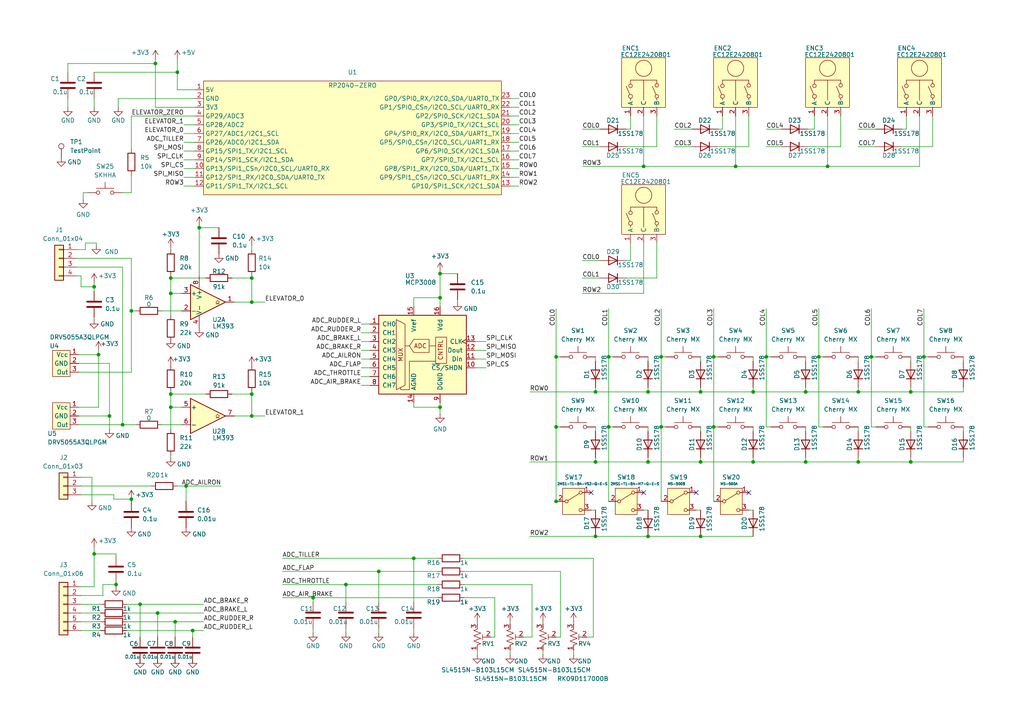
<source format=kicad_sch>
(kicad_sch (version 20230121) (generator eeschema)
  (paper "A4")
  (lib_symbols
    (symbol "Analog_ADC:MCP3008" (pin_names (offset 1.016))
      (property "Reference" "U" (at -5.08 13.335 0))
      (property "Value" "MCP3008" (at -5.08 11.43 0))
      (symbol "MCP3008_0_0"
        (text "ADC" (at -0.635 1.27 0) (effects (font (size 1.27 1.27))))
        (text "CNTRL" (at 5.969 -2.921 900) (effects (font (size 1.27 1.27)) (justify left bottom)))
        (text "MUX" (at -6.35 -1.27 900) (effects (font (size 1.27 1.27))))
      )
      (symbol "MCP3008_1_1"
        (pin input line (at -15.24 7.62 0) (length 2.54) (name "CH0") (number "1"))
        (pin input line (at 15.24 -5.08 180) (length 2.54) (name "~{CS}/SHDN") (number "10"))
        (pin input line (at 15.24 -2.54 180) (length 2.54) (name "Din") (number "11"))
        (pin output line (at 15.24 0 180) (length 2.54) (name "Dout") (number "12"))
        (pin input clock (at 15.24 2.54 180) (length 2.54) (name "CLK") (number "13"))
        (pin power_in line (at -2.54 -15.24 90) (length 2.54) (name "AGND") (number "14"))
        (pin power_in line (at -2.54 12.7 270) (length 2.54) (name "Vref") (number "15"))
        (pin power_in line (at 5.08 12.7 270) (length 2.54) (name "Vdd") (number "16"))
        (pin input line (at -15.24 5.08 0) (length 2.54) (name "CH1") (number "2"))
        (pin input line (at -15.24 2.54 0) (length 2.54) (name "CH2") (number "3"))
        (pin input line (at -15.24 0 0) (length 2.54) (name "CH3") (number "4"))
        (pin input line (at -15.24 -2.54 0) (length 2.54) (name "CH4") (number "5"))
        (pin input line (at -15.24 -5.08 0) (length 2.54) (name "CH5") (number "6"))
        (pin input line (at -15.24 -7.62 0) (length 2.54) (name "CH6") (number "7"))
        (pin input line (at -15.24 -10.16 0) (length 2.54) (name "CH7") (number "8"))
        (pin power_in line (at 5.08 -15.24 90) (length 2.54) (name "DGND") (number "9"))
      )
    )
    (symbol "Comparator:LM393" (pin_names (offset 0.127))
      (property "Reference" "U" (at 3.81 3.81 0))
      (property "Value" "LM393" (at 6.35 -3.81 0))
      (symbol "LM393_1_1"
        (pin open_collector line (at 7.62 0 180) (length 2.54) (name "~") (number "1"))
        (pin input line (at -7.62 -2.54 0) (length 2.54) (name "-") (number "2"))
        (pin input line (at -7.62 2.54 0) (length 2.54) (name "+") (number "3"))
      )
      (symbol "LM393_2_1"
        (pin input line (at -7.62 2.54 0) (length 2.54) (name "+") (number "5"))
        (pin input line (at -7.62 -2.54 0) (length 2.54) (name "-") (number "6"))
        (pin open_collector line (at 7.62 0 180) (length 2.54) (name "~") (number "7"))
      )
      (symbol "LM393_3_1"
        (pin power_in line (at -2.54 -7.62 90) (length 3.81) (name "V-") (number "4"))
        (pin power_in line (at -2.54 7.62 270) (length 3.81) (name "V+") (number "8"))
      )
    )
    (symbol "Connector:TestPoint" (pin_numbers hide) (pin_names (offset 0.762) hide)
      (property "Reference" "TP" (at 0 6.858 0))
      (property "Value" "TestPoint" (at 0 5.08 0))
      (symbol "TestPoint_1_1"
        (pin passive line (at 0 0 90) (length 2.54) (name "1") (number "1"))
      )
    )
    (symbol "Connector_Generic:Conn_01x03" (pin_names (offset 1.016) hide)
      (property "Reference" "J" (at 0 5.08 0))
      (property "Value" "Conn_01x03" (at 0 -5.08 0))
      (symbol "Conn_01x03_1_1"
        (pin passive line (at -5.08 2.54 0) (length 3.81) (name "Pin_1") (number "1"))
        (pin passive line (at -5.08 0 0) (length 3.81) (name "Pin_2") (number "2"))
        (pin passive line (at -5.08 -2.54 0) (length 3.81) (name "Pin_3") (number "3"))
      )
    )
    (symbol "Connector_Generic:Conn_01x04" (pin_names (offset 1.016) hide)
      (property "Reference" "J" (at 0 5.08 0))
      (property "Value" "Conn_01x04" (at 0 -7.62 0))
      (symbol "Conn_01x04_1_1"
        (pin passive line (at -5.08 2.54 0) (length 3.81) (name "Pin_1") (number "1"))
        (pin passive line (at -5.08 0 0) (length 3.81) (name "Pin_2") (number "2"))
        (pin passive line (at -5.08 -2.54 0) (length 3.81) (name "Pin_3") (number "3"))
        (pin passive line (at -5.08 -5.08 0) (length 3.81) (name "Pin_4") (number "4"))
      )
    )
    (symbol "Connector_Generic:Conn_01x06" (pin_names (offset 1.016) hide)
      (property "Reference" "J" (at 0 7.62 0))
      (property "Value" "Conn_01x06" (at 0 -10.16 0))
      (symbol "Conn_01x06_1_1"
        (pin passive line (at -5.08 5.08 0) (length 3.81) (name "Pin_1") (number "1"))
        (pin passive line (at -5.08 2.54 0) (length 3.81) (name "Pin_2") (number "2"))
        (pin passive line (at -5.08 0 0) (length 3.81) (name "Pin_3") (number "3"))
        (pin passive line (at -5.08 -2.54 0) (length 3.81) (name "Pin_4") (number "4"))
        (pin passive line (at -5.08 -5.08 0) (length 3.81) (name "Pin_5") (number "5"))
        (pin passive line (at -5.08 -7.62 0) (length 3.81) (name "Pin_6") (number "6"))
      )
    )
    (symbol "Device:C" (pin_numbers hide) (pin_names (offset 0.254))
      (property "Reference" "C" (at 0.635 2.54 0))
      (property "Value" "C" (at 0.635 -2.54 0))
      (symbol "C_1_1"
        (pin passive line (at 0 3.81 270) (length 2.794) (name "~") (number "1"))
        (pin passive line (at 0 -3.81 90) (length 2.794) (name "~") (number "2"))
      )
    )
    (symbol "Device:D" (pin_numbers hide) (pin_names (offset 1.016) hide)
      (property "Reference" "D" (at 0 2.54 0))
      (property "Value" "D" (at 0 -2.54 0))
      (symbol "D_1_1"
        (pin passive line (at -3.81 0 0) (length 2.54) (name "K") (number "1"))
        (pin passive line (at 3.81 0 180) (length 2.54) (name "A") (number "2"))
      )
    )
    (symbol "Device:R" (pin_numbers hide) (pin_names (offset 0))
      (property "Reference" "R" (at 2.032 0 90))
      (property "Value" "R" (at 0 0 90))
      (symbol "R_1_1"
        (pin passive line (at 0 3.81 270) (length 1.27) (name "~") (number "1"))
        (pin passive line (at 0 -3.81 90) (length 1.27) (name "~") (number "2"))
      )
    )
    (symbol "Device:R_Potentiometer_Trim_US" (pin_names (offset 1.016) hide)
      (property "Reference" "RV" (at -4.445 0 90))
      (property "Value" "R_Potentiometer_Trim_US" (at -2.54 0 90))
      (symbol "R_Potentiometer_Trim_US_1_1"
        (pin passive line (at 0 3.81 270) (length 1.27) (name "1") (number "1"))
        (pin passive line (at 3.81 0 180) (length 1.27) (name "2") (number "2"))
        (pin passive line (at 0 -3.81 90) (length 1.27) (name "3") (number "3"))
      )
    )
    (symbol "Etc:Hole_IC"
      (property "Reference" "U" (at 0 8.89 0))
      (property "Value" "REF***" (at 1.27 1.27 0))
      (symbol "Hole_IC_1_1"
        (pin power_in line (at 0 0 90) (length 2.54) (name "Vcc") (number "1"))
        (pin power_in line (at 2.54 0 90) (length 2.54) (name "GND") (number "2"))
        (pin output line (at 5.08 0 90) (length 2.54) (name "Out") (number "3"))
      )
    )
    (symbol "Etc:RP2040-ZERO"
      (property "Reference" "U" (at 38.1 3.81 0))
      (property "Value" "RP2040-ZERO" (at 43.18 0 0))
      (symbol "RP2040-ZERO_1_1"
        (pin power_out line (at 0 0 0) (length 2.54) (name "5V") (number "1"))
        (pin bidirectional line (at 0 -22.86 0) (length 2.54) (name "GP13/SPI1_CSn/I2C0_SCL/UART0_RX") (number "10"))
        (pin bidirectional line (at 0 -25.4 0) (length 2.54) (name "GP12/SPI1_RX/I2C0_SDA/UART0_TX") (number "11"))
        (pin bidirectional line (at 0 -27.94 0) (length 2.54) (name "GP11/SPI1_TX/I2C1_SCL") (number "12"))
        (pin bidirectional line (at 91.44 -27.94 180) (length 2.54) (name "GP10/SPI1_SCK/I2C1_SDA") (number "13"))
        (pin bidirectional line (at 91.44 -25.4 180) (length 2.54) (name "GP9/SPI1_CSn/I2C0_SCL/UART1_RX") (number "14"))
        (pin bidirectional line (at 91.44 -22.86 180) (length 2.54) (name "GP8/SPI1_RX/I2C0_SDA/UART1_TX") (number "15"))
        (pin bidirectional line (at 91.44 -20.32 180) (length 2.54) (name "GP7/SPI0_TX/I2C1_SCL") (number "16"))
        (pin bidirectional line (at 91.44 -17.78 180) (length 2.54) (name "GP6/SPI0_SCK/I2C1_SDA") (number "17"))
        (pin bidirectional line (at 91.44 -15.24 180) (length 2.54) (name "GP5/SPI0_CSn/I2C0_SCL/UART1_RX") (number "18"))
        (pin bidirectional line (at 91.44 -12.7 180) (length 2.54) (name "GP4/SPI0_RX/I2C0_SDA/UART1_TX") (number "19"))
        (pin power_out line (at 0 -2.54 0) (length 2.54) (name "GND") (number "2"))
        (pin bidirectional line (at 91.44 -10.16 180) (length 2.54) (name "GP3/SPI0_TX/I2C1_SCL") (number "20"))
        (pin bidirectional line (at 91.44 -7.62 180) (length 2.54) (name "GP2/SPI0_SCK/I2C1_SDA") (number "21"))
        (pin bidirectional line (at 91.44 -5.08 180) (length 2.54) (name "GP1/SPI0_CSn/I2C0_SCL/UART0_RX") (number "22"))
        (pin bidirectional line (at 91.44 -2.54 180) (length 2.54) (name "GP0/SPI0_RX/I2C0_SDA/UART0_TX") (number "23"))
        (pin power_out line (at 0 -5.08 0) (length 2.54) (name "3V3") (number "3"))
        (pin bidirectional line (at 0 -7.62 0) (length 2.54) (name "GP29/ADC3") (number "4"))
        (pin bidirectional line (at 0 -10.16 0) (length 2.54) (name "GP28/ADC2") (number "5"))
        (pin bidirectional line (at 0 -12.7 0) (length 2.54) (name "GP27/ADC1/I2C1_SCL") (number "6"))
        (pin bidirectional line (at 0 -15.24 0) (length 2.54) (name "GP26/ADC0/I2C1_SDA") (number "7"))
        (pin bidirectional line (at 0 -17.78 0) (length 2.54) (name "GP15/SPI1_TX/I2C1_SCL") (number "8"))
        (pin bidirectional line (at 0 -20.32 0) (length 2.54) (name "GP14/SPI1_SCK/I2C1_SDA") (number "9"))
      )
    )
    (symbol "Etc:Rotary_Encoder_EC12E24"
      (property "Reference" "U" (at -8.89 7.62 90))
      (symbol "Rotary_Encoder_EC12E24_1_1"
        (pin output line (at -3.81 0 90) (length 2.54) (name "A") (number "1"))
        (pin input line (at 0 0 90) (length 2.54) (name "C") (number "2"))
        (pin output line (at 3.81 0 90) (length 2.54) (name "B") (number "3"))
      )
    )
    (symbol "Etc:Rotary_Encoder_Orignal_Vertival"
      (property "Reference" "ENC" (at -8.89 7.62 90))
      (symbol "Rotary_Encoder_Orignal_Vertival_1_1"
        (pin output line (at -3.81 0 90) (length 2.54) (name "A") (number "1"))
        (pin input line (at 0 0 90) (length 2.54) (name "C") (number "2"))
        (pin output line (at 3.81 0 90) (length 2.54) (name "B") (number "3"))
      )
    )
    (symbol "Switch:SW_Push" (pin_numbers hide) (pin_names (offset 1.016) hide)
      (property "Reference" "SW" (at 1.27 2.54 0))
      (property "Value" "SW_Push" (at 0 -1.524 0))
      (symbol "SW_Push_0_1"
        (pin passive line (at -5.08 0 0) (length 2.54) (name "1") (number "1"))
        (pin passive line (at 5.08 0 180) (length 2.54) (name "2") (number "2"))
      )
    )
    (symbol "Switch:SW_SPDT" (pin_names (offset 0) hide)
      (property "Reference" "SW" (at 0 5.08 0))
      (property "Value" "SW_SPDT" (at 0 -5.08 0))
      (symbol "SW_SPDT_1_1"
        (pin passive line (at 5.08 2.54 180) (length 2.54) (name "A") (number "1"))
        (pin passive line (at -5.08 0 0) (length 2.54) (name "B") (number "2"))
        (pin passive line (at 5.08 -2.54 180) (length 2.54) (name "C") (number "3"))
      )
    )
    (symbol "power:+3V3" (power) (pin_names (offset 0))
      (property "Value" "+3V3" (at 0 3.556 0))
      (symbol "+3V3_1_1"
        (pin power_in line (at 0 0 90) (length 0) hide (name "+3V3") (number "1"))
      )
    )
    (symbol "power:+5V" (power) (pin_names (offset 0))
      (property "Value" "+5V" (at 0 3.556 0))
      (symbol "+5V_1_1"
        (pin power_in line (at 0 0 90) (length 0) hide (name "+5V") (number "1"))
      )
    )
    (symbol "power:GND" (power) (pin_names (offset 0))
      (property "Value" "GND" (at 0 -3.81 0))
      (symbol "GND_1_1"
        (pin power_in line (at 0 0 270) (length 0) hide (name "GND") (number "1"))
      )
    )
  )
  (junction (at 172.72 155.575))
  (junction (at 207.01 123.825))
  (junction (at 51.435 20.955))
  (junction (at 248.92 133.985))
  (junction (at 127.635 79.375))
  (junction (at 161.29 103.505))
  (junction (at 187.96 155.575))
  (junction (at 49.53 85.09))
  (junction (at 50.8 180.34))
  (junction (at 218.44 113.665))
  (junction (at 100.33 169.545))
  (junction (at 38.1 90.17))
  (junction (at 35.56 123.19))
  (junction (at 53.975 140.97))
  (junction (at 90.805 173.355))
  (junction (at 127.635 86.36))
  (junction (at 191.77 103.505))
  (junction (at 218.44 133.985))
  (junction (at 187.96 133.985))
  (junction (at 203.2 133.985))
  (junction (at 73.025 114.3))
  (junction (at 240.03 48.26))
  (junction (at 161.29 123.825))
  (junction (at 55.88 182.88))
  (junction (at 172.72 113.665))
  (junction (at 264.16 133.985))
  (junction (at 73.025 120.65))
  (junction (at 172.72 133.985))
  (junction (at 233.68 133.985))
  (junction (at 49.53 80.645))
  (junction (at 49.53 114.3))
  (junction (at 33.655 169.545))
  (junction (at 237.49 103.505))
  (junction (at 31.75 120.65))
  (junction (at 127.635 118.11))
  (junction (at 252.73 103.505))
  (junction (at 222.25 103.505))
  (junction (at 38.1 144.78))
  (junction (at 28.575 102.87))
  (junction (at 176.53 103.505))
  (junction (at 49.53 118.11))
  (junction (at 73.025 80.645))
  (junction (at 203.2 155.575))
  (junction (at 264.16 113.665))
  (junction (at 267.97 103.505))
  (junction (at 191.77 123.825))
  (junction (at 203.2 113.665))
  (junction (at 213.36 48.26))
  (junction (at 45.72 177.8))
  (junction (at 73.025 87.63))
  (junction (at 57.785 66.04))
  (junction (at 161.29 145.415))
  (junction (at 40.64 175.26))
  (junction (at 187.96 113.665))
  (junction (at 186.69 48.26))
  (junction (at 27.305 83.185))
  (junction (at 109.855 165.735))
  (junction (at 176.53 123.825))
  (junction (at 233.68 113.665))
  (junction (at 27.305 160.655))
  (junction (at 248.92 113.665))
  (junction (at 207.01 103.505))
  (junction (at 120.015 161.925))
  (junction (at 45.085 18.415))
  (no_connect (at 171.45 142.875))
  (no_connect (at 186.69 142.875))
  (no_connect (at 201.93 142.875))
  (no_connect (at 217.17 142.875))
  (wire (pts (xy 120.015 116.84) (xy 120.015 118.11)))
  (wire (pts (xy 109.855 165.735) (xy 109.855 174.625)))
  (wire (pts (xy 45.085 18.415) (xy 45.085 31.115)))
  (wire (pts (xy 57.785 66.04) (xy 57.785 80.01)))
  (wire (pts (xy 29.845 169.545) (xy 29.845 172.72)))
  (wire (pts (xy 53.34 46.355) (xy 56.515 46.355)))
  (wire (pts (xy 22.86 123.19) (xy 35.56 123.19)))
  (wire (pts (xy 28.575 102.87) (xy 28.575 118.11)))
  (wire (pts (xy 186.69 33.655) (xy 186.69 48.26)))
  (wire (pts (xy 218.44 103.505) (xy 218.44 104.775)))
  (wire (pts (xy 81.915 173.355) (xy 90.805 173.355)))
  (wire (pts (xy 134.62 169.545) (xy 154.305 169.545)))
  (wire (pts (xy 23.495 182.88) (xy 29.21 182.88)))
  (wire (pts (xy 33.655 168.91) (xy 33.655 169.545)))
  (wire (pts (xy 150.495 48.895) (xy 147.955 48.895)))
  (wire (pts (xy 24.765 72.39) (xy 22.225 72.39)))
  (wire (pts (xy 203.2 112.395) (xy 203.2 113.665)))
  (wire (pts (xy 207.01 123.825) (xy 207.01 145.415)))
  (wire (pts (xy 36.83 175.26) (xy 40.64 175.26)))
  (wire (pts (xy 81.915 161.925) (xy 120.015 161.925)))
  (wire (pts (xy 150.495 33.655) (xy 147.955 33.655)))
  (wire (pts (xy 161.29 89.535) (xy 161.29 103.505)))
  (wire (pts (xy 35.56 77.47) (xy 35.56 123.19)))
  (wire (pts (xy 261.62 42.545) (xy 270.51 42.545)))
  (wire (pts (xy 233.68 113.665) (xy 248.92 113.665)))
  (wire (pts (xy 137.795 101.6) (xy 140.97 101.6)))
  (wire (pts (xy 233.68 103.505) (xy 233.68 104.775)))
  (wire (pts (xy 49.53 85.09) (xy 49.53 91.44)))
  (wire (pts (xy 104.775 104.14) (xy 107.315 104.14)))
  (wire (pts (xy 90.805 182.245) (xy 90.805 183.515)))
  (wire (pts (xy 49.53 85.09) (xy 52.705 85.09)))
  (wire (pts (xy 81.915 169.545) (xy 100.33 169.545)))
  (wire (pts (xy 134.62 165.735) (xy 162.56 165.735)))
  (wire (pts (xy 49.53 114.3) (xy 59.69 114.3)))
  (wire (pts (xy 53.34 53.975) (xy 56.515 53.975)))
  (wire (pts (xy 45.72 191.135) (xy 45.72 192.405)))
  (wire (pts (xy 172.72 147.955) (xy 171.45 147.955)))
  (wire (pts (xy 49.53 114.3) (xy 49.53 118.11)))
  (wire (pts (xy 49.53 80.645) (xy 49.53 85.09)))
  (wire (pts (xy 127.635 118.11) (xy 127.635 120.015)))
  (wire (pts (xy 217.17 147.955) (xy 218.44 147.955)))
  (wire (pts (xy 33.02 143.51) (xy 33.02 144.78)))
  (wire (pts (xy 172.72 133.985) (xy 187.96 133.985)))
  (wire (pts (xy 24.13 55.88) (xy 24.13 57.785)))
  (wire (pts (xy 191.77 123.825) (xy 193.04 123.825)))
  (wire (pts (xy 40.64 191.135) (xy 40.64 192.405)))
  (wire (pts (xy 33.655 160.655) (xy 33.655 161.29)))
  (wire (pts (xy 248.92 132.715) (xy 248.92 133.985)))
  (wire (pts (xy 237.49 103.505) (xy 237.49 123.825)))
  (wire (pts (xy 23.495 177.8) (xy 29.21 177.8)))
  (wire (pts (xy 23.495 170.18) (xy 27.305 170.18)))
  (wire (pts (xy 73.025 80.01) (xy 73.025 80.645)))
  (wire (pts (xy 81.915 165.735) (xy 109.855 165.735)))
  (wire (pts (xy 218.44 123.825) (xy 218.44 125.095)))
  (wire (pts (xy 187.96 113.665) (xy 203.2 113.665)))
  (wire (pts (xy 100.33 182.245) (xy 100.33 183.515)))
  (wire (pts (xy 53.34 48.895) (xy 56.515 48.895)))
  (wire (pts (xy 208.28 42.545) (xy 217.17 42.545)))
  (wire (pts (xy 222.25 103.505) (xy 222.25 123.825)))
  (wire (pts (xy 132.715 86.995) (xy 132.715 87.63)))
  (wire (pts (xy 172.72 155.575) (xy 187.96 155.575)))
  (wire (pts (xy 203.2 103.505) (xy 203.2 104.775)))
  (wire (pts (xy 138.43 180.34) (xy 138.43 180.975)))
  (wire (pts (xy 161.29 103.505) (xy 162.56 103.505)))
  (wire (pts (xy 23.495 143.51) (xy 33.02 143.51)))
  (wire (pts (xy 157.48 180.34) (xy 157.48 180.975)))
  (wire (pts (xy 252.73 89.535) (xy 252.73 103.505)))
  (wire (pts (xy 127.635 116.84) (xy 127.635 118.11)))
  (wire (pts (xy 45.72 177.8) (xy 45.72 184.785)))
  (wire (pts (xy 31.75 120.65) (xy 31.75 124.46)))
  (wire (pts (xy 36.83 182.88) (xy 55.88 182.88)))
  (wire (pts (xy 53.34 36.195) (xy 56.515 36.195)))
  (wire (pts (xy 186.69 70.485) (xy 186.69 85.09)))
  (wire (pts (xy 176.53 89.535) (xy 176.53 103.505)))
  (wire (pts (xy 53.34 38.735) (xy 56.515 38.735)))
  (wire (pts (xy 150.495 46.355) (xy 147.955 46.355)))
  (wire (pts (xy 104.775 109.22) (xy 107.315 109.22)))
  (wire (pts (xy 168.91 37.465) (xy 173.99 37.465)))
  (wire (pts (xy 26.67 138.43) (xy 26.67 145.415)))
  (wire (pts (xy 27.305 160.655) (xy 27.305 170.18)))
  (wire (pts (xy 218.44 112.395) (xy 218.44 113.665)))
  (wire (pts (xy 267.97 89.535) (xy 267.97 103.505)))
  (wire (pts (xy 153.67 133.985) (xy 172.72 133.985)))
  (wire (pts (xy 27.305 92.71) (xy 27.305 92.075)))
  (wire (pts (xy 104.775 101.6) (xy 107.315 101.6)))
  (wire (pts (xy 120.015 86.36) (xy 120.015 88.9)))
  (wire (pts (xy 53.975 140.97) (xy 53.975 145.415)))
  (wire (pts (xy 49.53 118.11) (xy 49.53 124.46)))
  (wire (pts (xy 187.96 103.505) (xy 187.96 104.775)))
  (wire (pts (xy 46.99 90.17) (xy 52.705 90.17)))
  (wire (pts (xy 222.25 42.545) (xy 226.695 42.545)))
  (wire (pts (xy 23.495 180.34) (xy 29.21 180.34)))
  (wire (pts (xy 191.77 103.505) (xy 193.04 103.505)))
  (wire (pts (xy 120.015 183.515) (xy 120.015 182.245)))
  (wire (pts (xy 233.68 112.395) (xy 233.68 113.665)))
  (wire (pts (xy 168.91 85.09) (xy 186.69 85.09)))
  (wire (pts (xy 150.495 43.815) (xy 147.955 43.815)))
  (wire (pts (xy 207.01 89.535) (xy 207.01 103.505)))
  (wire (pts (xy 181.61 42.545) (xy 190.5 42.545)))
  (wire (pts (xy 31.75 105.41) (xy 31.75 120.65)))
  (wire (pts (xy 217.17 33.655) (xy 217.17 42.545)))
  (wire (pts (xy 49.53 99.06) (xy 49.53 98.425)))
  (wire (pts (xy 190.5 70.485) (xy 190.5 80.645)))
  (wire (pts (xy 23.495 175.26) (xy 29.21 175.26)))
  (wire (pts (xy 57.785 66.04) (xy 63.5 66.04)))
  (wire (pts (xy 23.495 172.72) (xy 29.845 172.72)))
  (wire (pts (xy 27.305 81.915) (xy 27.305 83.185)))
  (wire (pts (xy 270.51 33.655) (xy 270.51 42.545)))
  (wire (pts (xy 90.805 173.355) (xy 90.805 174.625)))
  (wire (pts (xy 38.1 90.17) (xy 38.1 107.95)))
  (wire (pts (xy 38.1 50.8) (xy 38.1 55.88)))
  (wire (pts (xy 261.62 37.465) (xy 262.89 37.465)))
  (wire (pts (xy 24.765 70.485) (xy 24.765 72.39)))
  (wire (pts (xy 207.01 123.825) (xy 208.28 123.825)))
  (wire (pts (xy 209.55 33.655) (xy 209.55 37.465)))
  (wire (pts (xy 33.02 144.78) (xy 38.1 144.78)))
  (wire (pts (xy 22.225 80.01) (xy 23.495 80.01)))
  (wire (pts (xy 264.16 123.825) (xy 264.16 125.095)))
  (wire (pts (xy 264.16 112.395) (xy 264.16 113.665)))
  (wire (pts (xy 236.22 37.465) (xy 234.315 37.465)))
  (wire (pts (xy 166.37 189.865) (xy 166.37 188.595)))
  (wire (pts (xy 172.72 112.395) (xy 172.72 113.665)))
  (wire (pts (xy 248.92 37.465) (xy 254 37.465)))
  (wire (pts (xy 53.34 43.815) (xy 56.515 43.815)))
  (wire (pts (xy 264.16 113.665) (xy 279.4 113.665)))
  (wire (pts (xy 262.89 33.655) (xy 262.89 37.465)))
  (wire (pts (xy 19.685 18.415) (xy 45.085 18.415)))
  (wire (pts (xy 127.635 86.36) (xy 127.635 88.9)))
  (wire (pts (xy 73.025 114.3) (xy 73.025 120.65)))
  (wire (pts (xy 73.025 113.665) (xy 73.025 114.3)))
  (wire (pts (xy 27.305 28.575) (xy 27.305 31.115)))
  (wire (pts (xy 24.13 55.88) (xy 25.4 55.88)))
  (wire (pts (xy 23.495 140.97) (xy 43.815 140.97)))
  (wire (pts (xy 50.8 180.34) (xy 50.8 184.785)))
  (wire (pts (xy 67.945 87.63) (xy 73.025 87.63)))
  (wire (pts (xy 168.91 80.645) (xy 173.99 80.645)))
  (wire (pts (xy 45.72 177.8) (xy 59.055 177.8)))
  (wire (pts (xy 172.72 103.505) (xy 172.72 104.775)))
  (wire (pts (xy 182.88 33.655) (xy 182.88 37.465)))
  (wire (pts (xy 24.765 70.485) (xy 27.94 70.485)))
  (wire (pts (xy 73.025 87.63) (xy 76.835 87.63)))
  (wire (pts (xy 195.58 37.465) (xy 200.66 37.465)))
  (wire (pts (xy 109.855 182.245) (xy 109.855 183.515)))
  (wire (pts (xy 38.1 144.78) (xy 38.1 145.415)))
  (wire (pts (xy 49.53 132.715) (xy 49.53 132.08)))
  (wire (pts (xy 55.88 191.135) (xy 55.88 192.405)))
  (wire (pts (xy 233.68 133.985) (xy 248.92 133.985)))
  (wire (pts (xy 27.305 20.955) (xy 51.435 20.955)))
  (wire (pts (xy 176.53 103.505) (xy 177.8 103.505)))
  (wire (pts (xy 34.29 28.575) (xy 56.515 28.575)))
  (wire (pts (xy 104.775 111.76) (xy 107.315 111.76)))
  (wire (pts (xy 172.72 113.665) (xy 187.96 113.665)))
  (wire (pts (xy 243.84 33.655) (xy 243.84 42.545)))
  (wire (pts (xy 248.92 103.505) (xy 248.92 104.775)))
  (wire (pts (xy 27.94 70.485) (xy 27.94 71.12)))
  (wire (pts (xy 236.22 33.655) (xy 236.22 37.465)))
  (wire (pts (xy 49.53 80.645) (xy 59.69 80.645)))
  (wire (pts (xy 203.2 113.665) (xy 218.44 113.665)))
  (wire (pts (xy 27.305 160.655) (xy 33.655 160.655)))
  (wire (pts (xy 248.92 133.985) (xy 264.16 133.985)))
  (wire (pts (xy 38.1 33.655) (xy 38.1 43.18)))
  (wire (pts (xy 191.77 89.535) (xy 191.77 103.505)))
  (wire (pts (xy 233.68 123.825) (xy 233.68 125.095)))
  (wire (pts (xy 73.025 80.645) (xy 73.025 87.63)))
  (wire (pts (xy 279.4 132.715) (xy 279.4 133.985)))
  (wire (pts (xy 150.495 28.575) (xy 147.955 28.575)))
  (wire (pts (xy 120.015 86.36) (xy 127.635 86.36)))
  (wire (pts (xy 168.91 75.565) (xy 173.99 75.565)))
  (wire (pts (xy 147.955 188.595) (xy 147.955 189.865)))
  (wire (pts (xy 28.575 101.6) (xy 28.575 102.87)))
  (wire (pts (xy 267.97 123.825) (xy 269.24 123.825)))
  (wire (pts (xy 40.64 175.26) (xy 59.055 175.26)))
  (wire (pts (xy 195.58 42.545) (xy 200.66 42.545)))
  (wire (pts (xy 57.785 65.405) (xy 57.785 66.04)))
  (wire (pts (xy 55.88 182.88) (xy 59.055 182.88)))
  (wire (pts (xy 207.01 103.505) (xy 208.28 103.505)))
  (wire (pts (xy 218.44 132.715) (xy 218.44 133.985)))
  (wire (pts (xy 234.315 42.545) (xy 243.84 42.545)))
  (wire (pts (xy 29.845 169.545) (xy 33.655 169.545)))
  (wire (pts (xy 127.635 78.74) (xy 127.635 79.375)))
  (wire (pts (xy 36.83 177.8) (xy 45.72 177.8)))
  (wire (pts (xy 191.77 123.825) (xy 191.77 145.415)))
  (wire (pts (xy 187.96 133.985) (xy 203.2 133.985)))
  (wire (pts (xy 248.92 123.825) (xy 248.92 125.095)))
  (wire (pts (xy 55.88 182.88) (xy 55.88 184.785)))
  (wire (pts (xy 154.305 169.545) (xy 154.305 184.785)))
  (wire (pts (xy 104.775 106.68) (xy 107.315 106.68)))
  (wire (pts (xy 27.305 83.185) (xy 27.305 84.455)))
  (wire (pts (xy 35.56 55.88) (xy 38.1 55.88)))
  (wire (pts (xy 176.53 103.505) (xy 176.53 123.825)))
  (wire (pts (xy 45.085 17.145) (xy 45.085 18.415)))
  (wire (pts (xy 279.4 123.825) (xy 279.4 125.095)))
  (wire (pts (xy 150.495 51.435) (xy 147.955 51.435)))
  (wire (pts (xy 264.16 103.505) (xy 264.16 104.775)))
  (wire (pts (xy 213.36 33.655) (xy 213.36 48.26)))
  (wire (pts (xy 73.025 71.12) (xy 73.025 72.39)))
  (wire (pts (xy 134.62 173.355) (xy 143.51 173.355)))
  (wire (pts (xy 150.495 31.115) (xy 147.955 31.115)))
  (wire (pts (xy 203.2 123.825) (xy 203.2 125.095)))
  (wire (pts (xy 207.01 103.505) (xy 207.01 123.825)))
  (wire (pts (xy 208.28 37.465) (xy 209.55 37.465)))
  (wire (pts (xy 127.635 79.375) (xy 132.715 79.375)))
  (wire (pts (xy 248.92 112.395) (xy 248.92 113.665)))
  (wire (pts (xy 50.8 180.34) (xy 59.055 180.34)))
  (wire (pts (xy 33.655 169.545) (xy 33.655 170.18)))
  (wire (pts (xy 252.73 123.825) (xy 254 123.825)))
  (wire (pts (xy 134.62 161.925) (xy 172.085 161.925)))
  (wire (pts (xy 53.34 41.275) (xy 56.515 41.275)))
  (wire (pts (xy 22.225 74.93) (xy 38.1 74.93)))
  (wire (pts (xy 186.69 147.955) (xy 187.96 147.955)))
  (wire (pts (xy 170.18 184.785) (xy 172.085 184.785)))
  (wire (pts (xy 22.86 107.95) (xy 38.1 107.95)))
  (wire (pts (xy 157.48 188.595) (xy 157.48 189.865)))
  (wire (pts (xy 176.53 123.825) (xy 176.53 145.415)))
  (wire (pts (xy 23.495 83.185) (xy 27.305 83.185)))
  (wire (pts (xy 137.795 99.06) (xy 140.97 99.06)))
  (wire (pts (xy 45.085 31.115) (xy 56.515 31.115)))
  (wire (pts (xy 51.435 140.97) (xy 53.975 140.97)))
  (wire (pts (xy 187.96 123.825) (xy 187.96 125.095)))
  (wire (pts (xy 150.495 36.195) (xy 147.955 36.195)))
  (wire (pts (xy 168.91 42.545) (xy 173.99 42.545)))
  (wire (pts (xy 187.96 132.715) (xy 187.96 133.985)))
  (wire (pts (xy 147.955 180.34) (xy 147.955 180.975)))
  (wire (pts (xy 161.29 145.415) (xy 162.56 145.415)))
  (wire (pts (xy 162.56 165.735) (xy 162.56 184.785)))
  (wire (pts (xy 150.495 41.275) (xy 147.955 41.275)))
  (wire (pts (xy 248.92 42.545) (xy 254 42.545)))
  (wire (pts (xy 151.765 184.785) (xy 154.305 184.785)))
  (wire (pts (xy 222.25 89.535) (xy 222.25 103.505)))
  (wire (pts (xy 36.83 180.34) (xy 50.8 180.34)))
  (wire (pts (xy 190.5 80.645) (xy 181.61 80.645)))
  (wire (pts (xy 172.72 132.715) (xy 172.72 133.985)))
  (wire (pts (xy 203.2 155.575) (xy 218.44 155.575)))
  (wire (pts (xy 67.31 80.645) (xy 73.025 80.645)))
  (wire (pts (xy 166.37 180.975) (xy 166.37 180.34)))
  (wire (pts (xy 222.25 103.505) (xy 223.52 103.505)))
  (wire (pts (xy 190.5 33.655) (xy 190.5 42.545)))
  (wire (pts (xy 222.25 123.825) (xy 223.52 123.825)))
  (wire (pts (xy 222.25 37.465) (xy 226.695 37.465)))
  (wire (pts (xy 264.16 132.715) (xy 264.16 133.985)))
  (wire (pts (xy 67.945 120.65) (xy 73.025 120.65)))
  (wire (pts (xy 267.97 103.505) (xy 269.24 103.505)))
  (wire (pts (xy 104.775 93.98) (xy 107.315 93.98)))
  (wire (pts (xy 38.1 90.17) (xy 39.37 90.17)))
  (wire (pts (xy 161.29 123.825) (xy 162.56 123.825)))
  (wire (pts (xy 22.86 102.87) (xy 28.575 102.87)))
  (wire (pts (xy 240.03 48.26) (xy 266.7 48.26)))
  (wire (pts (xy 153.67 113.665) (xy 172.72 113.665)))
  (wire (pts (xy 23.495 80.01) (xy 23.495 83.185)))
  (wire (pts (xy 51.435 26.035) (xy 56.515 26.035)))
  (wire (pts (xy 264.16 133.985) (xy 279.4 133.985)))
  (wire (pts (xy 22.86 120.65) (xy 31.75 120.65)))
  (wire (pts (xy 218.44 133.985) (xy 233.68 133.985)))
  (wire (pts (xy 100.33 169.545) (xy 127 169.545)))
  (wire (pts (xy 187.96 155.575) (xy 203.2 155.575)))
  (wire (pts (xy 53.34 51.435) (xy 56.515 51.435)))
  (wire (pts (xy 181.61 75.565) (xy 182.88 75.565)))
  (wire (pts (xy 23.495 138.43) (xy 26.67 138.43)))
  (wire (pts (xy 172.085 184.785) (xy 172.085 161.925)))
  (wire (pts (xy 49.53 80.01) (xy 49.53 80.645)))
  (wire (pts (xy 100.33 169.545) (xy 100.33 174.625)))
  (wire (pts (xy 138.43 188.595) (xy 138.43 189.865)))
  (wire (pts (xy 182.88 37.465) (xy 181.61 37.465)))
  (wire (pts (xy 203.2 133.985) (xy 218.44 133.985)))
  (wire (pts (xy 172.72 123.825) (xy 172.72 125.095)))
  (wire (pts (xy 143.51 173.355) (xy 143.51 184.785)))
  (wire (pts (xy 150.495 53.975) (xy 147.955 53.975)))
  (wire (pts (xy 252.73 103.505) (xy 254 103.505)))
  (wire (pts (xy 266.7 33.655) (xy 266.7 48.26)))
  (wire (pts (xy 67.31 114.3) (xy 73.025 114.3)))
  (wire (pts (xy 137.795 104.14) (xy 140.97 104.14)))
  (wire (pts (xy 22.225 77.47) (xy 35.56 77.47)))
  (wire (pts (xy 176.53 123.825) (xy 177.8 123.825)))
  (wire (pts (xy 218.44 113.665) (xy 233.68 113.665)))
  (wire (pts (xy 248.92 113.665) (xy 264.16 113.665)))
  (wire (pts (xy 22.86 105.41) (xy 31.75 105.41)))
  (wire (pts (xy 104.775 99.06) (xy 107.315 99.06)))
  (wire (pts (xy 38.1 33.655) (xy 56.515 33.655)))
  (wire (pts (xy 49.53 118.11) (xy 52.705 118.11)))
  (wire (pts (xy 237.49 103.505) (xy 238.76 103.505)))
  (wire (pts (xy 187.96 112.395) (xy 187.96 113.665)))
  (wire (pts (xy 49.53 113.665) (xy 49.53 114.3)))
  (wire (pts (xy 35.56 123.19) (xy 39.37 123.19)))
  (wire (pts (xy 161.29 184.785) (xy 162.56 184.785)))
  (wire (pts (xy 142.24 184.785) (xy 143.51 184.785)))
  (wire (pts (xy 279.4 103.505) (xy 279.4 104.775)))
  (wire (pts (xy 90.805 173.355) (xy 127 173.355)))
  (wire (pts (xy 104.775 96.52) (xy 107.315 96.52)))
  (wire (pts (xy 279.4 112.395) (xy 279.4 113.665)))
  (wire (pts (xy 34.29 28.575) (xy 34.29 31.115)))
  (wire (pts (xy 120.015 118.11) (xy 127.635 118.11)))
  (wire (pts (xy 109.855 165.735) (xy 127 165.735)))
  (wire (pts (xy 53.975 140.97) (xy 64.135 140.97)))
  (wire (pts (xy 161.29 123.825) (xy 161.29 145.415)))
  (wire (pts (xy 27.305 158.75) (xy 27.305 160.655)))
  (wire (pts (xy 40.64 175.26) (xy 40.64 184.785)))
  (wire (pts (xy 73.025 120.65) (xy 76.835 120.65)))
  (wire (pts (xy 50.8 191.135) (xy 50.8 192.405)))
  (wire (pts (xy 267.97 103.505) (xy 267.97 123.825)))
  (wire (pts (xy 46.99 123.19) (xy 52.705 123.19)))
  (wire (pts (xy 203.2 132.715) (xy 203.2 133.985)))
  (wire (pts (xy 237.49 123.825) (xy 238.76 123.825)))
  (wire (pts (xy 49.53 71.755) (xy 49.53 72.39)))
  (wire (pts (xy 182.88 70.485) (xy 182.88 75.565)))
  (wire (pts (xy 161.29 103.505) (xy 161.29 123.825)))
  (wire (pts (xy 201.93 147.955) (xy 203.2 147.955)))
  (wire (pts (xy 150.495 38.735) (xy 147.955 38.735)))
  (wire (pts (xy 51.435 20.955) (xy 51.435 26.035)))
  (wire (pts (xy 233.68 132.715) (xy 233.68 133.985)))
  (wire (pts (xy 22.86 118.11) (xy 28.575 118.11)))
  (wire (pts (xy 19.685 18.415) (xy 19.685 20.955)))
  (wire (pts (xy 153.67 155.575) (xy 172.72 155.575)))
  (wire (pts (xy 213.36 48.26) (xy 240.03 48.26)))
  (wire (pts (xy 186.69 48.26) (xy 213.36 48.26)))
  (wire (pts (xy 240.03 33.655) (xy 240.03 48.26)))
  (wire (pts (xy 127.635 79.375) (xy 127.635 86.36)))
  (wire (pts (xy 137.795 106.68) (xy 140.97 106.68)))
  (wire (pts (xy 51.435 17.145) (xy 51.435 20.955)))
  (wire (pts (xy 120.015 174.625) (xy 120.015 161.925)))
  (wire (pts (xy 252.73 103.505) (xy 252.73 123.825)))
  (wire (pts (xy 191.77 103.505) (xy 191.77 123.825)))
  (wire (pts (xy 237.49 89.535) (xy 237.49 103.505)))
  (wire (pts (xy 120.015 161.925) (xy 127 161.925)))
  (wire (pts (xy 38.1 74.93) (xy 38.1 90.17)))
  (wire (pts (xy 19.685 28.575) (xy 19.685 31.115)))
  (wire (pts (xy 168.91 48.26) (xy 186.69 48.26)))
  (label "COL3" (at 195.58 42.545 0))
  (label "ROW0" (at 153.67 113.665 0))
  (label "ADC_AIR_BRAKE" (at 81.915 173.355 0))
  (label "ROW0" (at 150.495 48.895 0))
  (label "ADC_THROTTLE" (at 81.915 169.545 0))
  (label "ROW3" (at 53.34 53.975 180))
  (label "ADC_TILLER" (at 53.34 41.275 180))
  (label "COL4" (at 222.25 89.535 270))
  (label "ROW2" (at 168.91 85.09 0))
  (label "SPI_MOSI" (at 140.97 104.14 0))
  (label "SPI_CLK" (at 140.97 99.06 0))
  (label "ELEVATOR_1" (at 76.835 120.65 0))
  (label "ADC_TILLER" (at 81.915 161.925 0))
  (label "COL2" (at 191.77 89.535 270))
  (label "SPI_MISO" (at 53.34 51.435 180))
  (label "COL4" (at 222.25 37.465 0))
  (label "ROW1" (at 153.67 133.985 0))
  (label "COL0" (at 161.29 89.535 270))
  (label "ADC_AILRON" (at 64.135 140.97 180))
  (label "SPI_CS" (at 140.97 106.68 0))
  (label "ADC_FLAP" (at 81.915 165.735 0))
  (label "SPI_CS" (at 53.34 48.895 180))
  (label "ELEVATOR_1" (at 53.34 36.195 180))
  (label "COL0" (at 168.91 37.465 0))
  (label "ADC_RUDDER_R" (at 59.055 180.34 0))
  (label "ADC_BRAKE_L" (at 59.055 177.8 0))
  (label "COL7" (at 267.97 89.535 270))
  (label "ROW3" (at 168.91 48.26 0))
  (label "COL6" (at 248.92 37.465 0))
  (label "COL5" (at 150.495 41.275 0))
  (label "COL3" (at 207.01 89.535 270))
  (label "COL3" (at 150.495 36.195 0))
  (label "ADC_FLAP" (at 104.775 106.68 180))
  (label "ADC_RUDDER_L" (at 59.055 182.88 0))
  (label "COL6" (at 252.73 89.535 270))
  (label "ROW1" (at 150.495 51.435 0))
  (label "COL2" (at 150.495 33.655 0))
  (label "COL0" (at 150.495 28.575 0))
  (label "COL7" (at 248.92 42.545 0))
  (label "ADC_BRAKE_L" (at 104.775 99.06 180))
  (label "ELEVATOR_0" (at 53.34 38.735 180))
  (label "COL4" (at 150.495 38.735 0))
  (label "ROW2" (at 153.67 155.575 0))
  (label "ADC_THROTTLE" (at 104.775 109.22 180))
  (label "ADC_BRAKE_R" (at 59.055 175.26 0))
  (label "SPI_MOSI" (at 53.34 43.815 180))
  (label "COL2" (at 195.58 37.465 0))
  (label "ADC_RUDDER_R" (at 104.775 96.52 180))
  (label "ADC_RUDDER_L" (at 104.775 93.98 180))
  (label "ADC_AIR_BRAKE" (at 104.775 111.76 180))
  (label "COL1" (at 168.91 42.545 0))
  (label "COL1" (at 176.53 89.535 270))
  (label "ELEVATOR_0" (at 76.835 87.63 0))
  (label "COL5" (at 237.49 89.535 270))
  (label "COL6" (at 150.495 43.815 0))
  (label "COL1" (at 150.495 31.115 0))
  (label "SPI_CLK" (at 53.34 46.355 180))
  (label "COL7" (at 150.495 46.355 0))
  (label "ADC_AILRON" (at 104.775 104.14 180))
  (label "COL1" (at 168.91 80.645 0))
  (label "ADC_BRAKE_R" (at 104.775 101.6 180))
  (label "ROW2" (at 150.495 53.975 0))
  (label "SPI_MISO" (at 140.97 101.6 0))
  (label "COL5" (at 222.25 42.545 0))
  (label "COL0" (at 168.91 75.565 0))
  (label "ELEVATOR_ZERO" (at 53.34 33.655 180))
  (symbol (lib_id "Device:D") (at 203.2 151.765 90) (unit 1)
    (property "Reference" "D19" (at 200.66 151.765 0))
    (property "Value" "1SS178" (at 205.74 150.495 0))
    (property "Footprint" "Diode_THT:D_T-1_P5.08mm_Horizontal" (effects hide))
    (property "Sim.Device" "D" (effects hide))
    (property "Sim.Pins" "1=K 2=A" (effects hide))
  )
  (symbol (lib_id "Device:D") (at 177.8 75.565 0) (mirror y) (unit 1)
    (property "Reference" "D29" (at 177.8 73.025 0))
    (property "Value" "1SS178" (at 182.88 76.835 0))
    (property "Footprint" "Diode_THT:D_T-1_P5.08mm_Horizontal" (effects hide))
    (property "Sim.Device" "D" (effects hide))
    (property "Sim.Pins" "1=K 2=A" (effects hide))
  )
  (symbol (lib_id "Switch:SW_Push") (at 259.08 123.825 0) (unit 1)
    (property "Reference" "SW15" (at 259.08 116.205 0))
    (property "Value" "Cherry MX" (at 259.08 118.745 0))
    (property "Footprint" "etc:SW_Cherry_MX_1.00u_PCB" (effects hide))
  )
  (symbol (lib_id "power:GND") (at 27.94 71.12 0) (unit 1)
    (property "Reference" "#PWR08" (effects hide))
    (property "Value" "GND" (at 32.385 73.025 0))
  )
  (symbol (lib_id "Device:R") (at 33.02 177.8 90) (unit 1)
    (property "Reference" "R2" (at 27.94 179.07 90))
    (property "Value" "1k" (at 36.83 179.07 90))
    (property "Footprint" "Resistor_THT:R_Axial_DIN0204_L3.6mm_D1.6mm_P5.08mm_Horizontal" (effects hide))
  )
  (symbol (lib_id "Switch:SW_Push") (at 167.64 123.825 0) (unit 1)
    (property "Reference" "SW9" (at 167.64 116.205 0))
    (property "Value" "Cherry MX" (at 167.64 118.745 0))
    (property "Footprint" "etc:SW_Cherry_MX_1.00u_PCB" (effects hide))
  )
  (symbol (lib_id "Etc:Rotary_Encoder_EC12E24") (at 213.36 33.655 0) (unit 1)
    (property "Reference" "ENC2" (at 207.01 13.97 0) (effects (justify left)))
    (property "Value" "EC12E2420801" (at 213.995 15.875 0))
    (property "Footprint" "etc:EC12PL Rotary Encoder EC12E24" (effects hide))
  )
  (symbol (lib_id "Device:C") (at 50.8 188.595 0) (unit 1)
    (property "Reference" "C8" (at 47.625 186.69 0) (effects (justify left)))
    (property "Value" "0.01u" (at 46.355 190.5 0) (effects (font (size 1 1)) (justify left)))
    (property "Footprint" "Capacitor_THT:C_Disc_D4.3mm_W1.9mm_P5.00mm" (effects hide))
  )
  (symbol (lib_id "power:+5V") (at 51.435 17.145 0) (unit 1)
    (property "Reference" "#PWR021" (effects hide))
    (property "Value" "+5V" (at 54.61 15.24 0))
  )
  (symbol (lib_id "Device:R") (at 130.81 165.735 90) (unit 1)
    (property "Reference" "R17" (at 125.73 167.005 90))
    (property "Value" "1k" (at 134.62 167.005 90))
    (property "Footprint" "Resistor_THT:R_Axial_DIN0204_L3.6mm_D1.6mm_P5.08mm_Horizontal" (effects hide))
  )
  (symbol (lib_id "power:+3V3") (at 45.085 17.145 0) (unit 1)
    (property "Reference" "#PWR012" (effects hide))
    (property "Value" "+3V3" (at 40.64 15.24 0))
  )
  (symbol (lib_id "power:GND") (at 34.29 31.115 0) (unit 1)
    (property "Reference" "#PWR010" (effects hide))
    (property "Value" "GND" (at 34.29 34.925 0))
  )
  (symbol (lib_id "Device:D") (at 248.92 108.585 90) (unit 1)
    (property "Reference" "D6" (at 246.38 108.585 0))
    (property "Value" "1SS178" (at 251.46 106.68 0))
    (property "Footprint" "Diode_THT:D_T-1_P5.08mm_Horizontal" (effects hide))
    (property "Sim.Device" "D" (effects hide))
    (property "Sim.Pins" "1=K 2=A" (effects hide))
  )
  (symbol (lib_id "Device:D") (at 203.2 128.905 90) (unit 1)
    (property "Reference" "D11" (at 200.66 128.905 0))
    (property "Value" "1SS178" (at 205.74 127 0))
    (property "Footprint" "Diode_THT:D_T-1_P5.08mm_Horizontal" (effects hide))
    (property "Sim.Device" "D" (effects hide))
    (property "Sim.Pins" "1=K 2=A" (effects hide))
  )
  (symbol (lib_id "Device:C") (at 55.88 188.595 0) (unit 1)
    (property "Reference" "C9" (at 52.705 186.69 0) (effects (justify left)))
    (property "Value" "0.01u" (at 51.435 190.5 0) (effects (font (size 1 1)) (justify left)))
    (property "Footprint" "Capacitor_THT:C_Disc_D4.3mm_W1.9mm_P5.00mm" (effects hide))
  )
  (symbol (lib_id "Device:D") (at 257.81 42.545 180) (unit 1)
    (property "Reference" "D28" (at 257.81 45.085 0))
    (property "Value" "1SS178" (at 262.89 43.815 0))
    (property "Footprint" "Diode_THT:D_T-1_P5.08mm_Horizontal" (effects hide))
    (property "Sim.Device" "D" (effects hide))
    (property "Sim.Pins" "1=K 2=A" (effects hide))
  )
  (symbol (lib_id "Switch:SW_Push") (at 274.32 103.505 0) (unit 1)
    (property "Reference" "SW8" (at 274.32 95.885 0))
    (property "Value" "Cherry MX" (at 274.32 98.425 0))
    (property "Footprint" "etc:SW_Cherry_MX_1.00u_PCB" (effects hide))
  )
  (symbol (lib_id "power:GND") (at 100.33 183.515 0) (unit 1)
    (property "Reference" "#PWR029" (effects hide))
    (property "Value" "GND" (at 100.33 187.325 0))
  )
  (symbol (lib_id "power:GND") (at 63.5 73.66 0) (unit 1)
    (property "Reference" "#PWR025" (effects hide))
    (property "Value" "GND" (at 67.31 74.93 0))
  )
  (symbol (lib_id "Etc:Hole_IC") (at 22.86 102.87 90) (mirror x) (unit 1)
    (property "Reference" "U4" (at 17.145 100.33 90) (effects (justify left)))
    (property "Value" "DRV5055A3QLPGM" (at 31.75 97.79 90) (effects (justify left)))
    (property "Footprint" "etc:Hole_IC" (effects hide))
  )
  (symbol (lib_id "Device:R") (at 33.02 175.26 90) (unit 1)
    (property "Reference" "R1" (at 27.94 176.53 90))
    (property "Value" "1k" (at 36.83 176.53 90))
    (property "Footprint" "Resistor_THT:R_Axial_DIN0204_L3.6mm_D1.6mm_P5.08mm_Horizontal" (effects hide))
  )
  (symbol (lib_id "Switch:SW_Push") (at 213.36 103.505 0) (unit 1)
    (property "Reference" "SW4" (at 213.36 95.885 0))
    (property "Value" "Cherry MX" (at 213.36 98.425 0))
    (property "Footprint" "etc:SW_Cherry_MX_1.00u_PCB" (effects hide))
  )
  (symbol (lib_id "power:GND") (at 50.8 191.135 0) (unit 1)
    (property "Reference" "#PWR020" (effects hide))
    (property "Value" "GND" (at 50.8 194.945 0))
  )
  (symbol (lib_id "Etc:Hole_IC") (at 22.86 118.11 90) (mirror x) (unit 1)
    (property "Reference" "U5" (at 16.51 125.73 90) (effects (justify left)))
    (property "Value" "DRV5055A3QLPGM" (at 31.115 128.27 90) (effects (justify left)))
    (property "Footprint" "etc:Hole_IC" (effects hide))
  )
  (symbol (lib_id "Etc:Rotary_Encoder_Orignal_Vertival") (at 186.69 70.485 0) (unit 1)
    (property "Reference" "ENC5" (at 180.34 50.8 0) (effects (justify left)))
    (property "Value" "EC12E2420801" (at 187.325 52.705 0))
    (property "Footprint" "etc:Rotary Encoder Original Vertical" (effects hide))
  )
  (symbol (lib_id "power:GND") (at 27.305 92.71 0) (unit 1)
    (property "Reference" "#PWR06" (effects hide))
    (property "Value" "GND" (at 31.115 93.98 0))
  )
  (symbol (lib_id "Device:R") (at 49.53 109.855 0) (unit 1)
    (property "Reference" "R10" (at 52.07 108.585 0) (effects (justify left)))
    (property "Value" "20k" (at 52.07 111.125 0) (effects (justify left)))
    (property "Footprint" "Resistor_THT:R_Axial_DIN0204_L3.6mm_D1.6mm_P5.08mm_Horizontal" (effects hide))
  )
  (symbol (lib_id "power:+3V3") (at 166.37 180.34 0) (unit 1)
    (property "Reference" "#PWR041" (effects hide))
    (property "Value" "+3V3" (at 166.37 176.53 0))
  )
  (symbol (lib_id "power:GND") (at 55.88 191.135 0) (unit 1)
    (property "Reference" "#PWR022" (effects hide))
    (property "Value" "GND" (at 55.88 194.945 0))
  )
  (symbol (lib_id "Comparator:LM393") (at 60.325 87.63 0) (unit 1)
    (property "Reference" "U2" (at 63.5 92.71 0))
    (property "Value" "LM393" (effects hide))
    (property "Footprint" "Package_DIP:DIP-8_W7.62mm" (effects hide))
    (property "Datasheet" "http://www.ti.com/lit/ds/symlink/lm393.pdf" (effects hide))
  )
  (symbol (lib_id "Switch:SW_Push") (at 198.12 123.825 0) (unit 1)
    (property "Reference" "SW11" (at 198.12 116.205 0))
    (property "Value" "Cherry MX" (at 198.12 118.745 0))
    (property "Footprint" "etc:SW_Cherry_MX_1.00u_PCB" (effects hide))
  )
  (symbol (lib_id "power:+3V3") (at 127.635 78.74 0) (unit 1)
    (property "Reference" "#PWR032" (effects hide))
    (property "Value" "+3V3" (at 127.635 74.295 0))
  )
  (symbol (lib_id "Switch:SW_Push") (at 243.84 103.505 0) (unit 1)
    (property "Reference" "SW6" (at 243.84 95.885 0))
    (property "Value" "Cherry MX" (at 243.84 98.425 0))
    (property "Footprint" "etc:SW_Cherry_MX_1.00u_PCB" (effects hide))
  )
  (symbol (lib_id "power:+3V3") (at 57.785 65.405 0) (unit 1)
    (property "Reference" "#PWR023" (effects hide))
    (property "Value" "+3V3" (at 57.785 60.96 0))
  )
  (symbol (lib_id "Device:D") (at 248.92 128.905 90) (unit 1)
    (property "Reference" "D14" (at 246.38 128.905 0))
    (property "Value" "1SS178" (at 251.46 127 0))
    (property "Footprint" "Diode_THT:D_T-1_P5.08mm_Horizontal" (effects hide))
    (property "Sim.Device" "D" (effects hide))
    (property "Sim.Pins" "1=K 2=A" (effects hide))
  )
  (symbol (lib_id "Device:R_Potentiometer_Trim_US") (at 157.48 184.785 0) (mirror x) (unit 1)
    (property "Reference" "RV3" (at 162.56 186.69 0) (effects (justify right)))
    (property "Value" "SL4515N-B103L15CM" (at 171.45 194.31 0) (effects (justify right)))
    (property "Footprint" "etc:Slid_Volume_SL4515N" (effects hide))
  )
  (symbol (lib_id "Device:C") (at 27.305 88.265 0) (unit 1)
    (property "Reference" "C3" (at 30.48 86.995 0) (effects (justify left)))
    (property "Value" "0.1u" (at 30.48 89.535 0) (effects (justify left)))
    (property "Footprint" "Capacitor_THT:C_Disc_D4.3mm_W1.9mm_P5.00mm" (effects hide))
  )
  (symbol (lib_id "power:GND") (at 57.785 95.25 0) (unit 1)
    (property "Reference" "#PWR024" (effects hide))
    (property "Value" "GND" (at 61.595 97.155 0))
  )
  (symbol (lib_id "Connector_Generic:Conn_01x06") (at 18.415 175.26 0) (mirror y) (unit 1)
    (property "Reference" "J3" (at 18.415 163.83 0))
    (property "Value" "Conn_01x06" (at 18.415 166.37 0))
    (property "Footprint" "Connector_PinHeader_2.54mm:PinHeader_1x06_P2.54mm_Vertical" (effects hide))
  )
  (symbol (lib_id "Device:D") (at 203.2 108.585 90) (unit 1)
    (property "Reference" "D3" (at 200.66 108.585 0))
    (property "Value" "1SS178" (at 205.74 106.68 0))
    (property "Footprint" "Diode_THT:D_T-1_P5.08mm_Horizontal" (effects hide))
    (property "Sim.Device" "D" (effects hide))
    (property "Sim.Pins" "1=K 2=A" (effects hide))
  )
  (symbol (lib_id "Device:R") (at 73.025 109.855 0) (unit 1)
    (property "Reference" "R15" (at 74.93 108.585 0) (effects (justify left)))
    (property "Value" "10k" (at 74.93 111.125 0) (effects (justify left)))
    (property "Footprint" "Resistor_THT:R_Axial_DIN0204_L3.6mm_D1.6mm_P5.08mm_Horizontal" (effects hide))
  )
  (symbol (lib_id "Device:C") (at 53.975 149.225 0) (unit 1)
    (property "Reference" "C16" (at 57.15 147.955 0) (effects (justify left)))
    (property "Value" "0.01u" (at 57.15 150.495 0) (effects (justify left)))
    (property "Footprint" "Capacitor_THT:C_Disc_D4.3mm_W1.9mm_P5.00mm" (effects hide))
  )
  (symbol (lib_id "Device:D") (at 177.8 80.645 0) (mirror y) (unit 1)
    (property "Reference" "D30" (at 177.8 83.185 0))
    (property "Value" "1SS178" (at 182.88 81.915 0))
    (property "Footprint" "Diode_THT:D_T-1_P5.08mm_Horizontal" (effects hide))
    (property "Sim.Device" "D" (effects hide))
    (property "Sim.Pins" "1=K 2=A" (effects hide))
  )
  (symbol (lib_id "Device:D") (at 257.81 37.465 180) (unit 1)
    (property "Reference" "D24" (at 259.715 34.925 0) (effects (justify left)))
    (property "Value" "1SS178" (at 266.7 38.735 0) (effects (justify left)))
    (property "Footprint" "Diode_THT:D_T-1_P5.08mm_Horizontal" (effects hide))
    (property "Sim.Device" "D" (effects hide))
    (property "Sim.Pins" "1=K 2=A" (effects hide))
  )
  (symbol (lib_id "Device:D") (at 204.47 42.545 180) (unit 1)
    (property "Reference" "D26" (at 206.375 45.085 0) (effects (justify left)))
    (property "Value" "1SS178" (at 213.36 43.815 0) (effects (justify left)))
    (property "Footprint" "Diode_THT:D_T-1_P5.08mm_Horizontal" (effects hide))
    (property "Sim.Device" "D" (effects hide))
    (property "Sim.Pins" "1=K 2=A" (effects hide))
  )
  (symbol (lib_id "Device:D") (at 187.96 108.585 90) (unit 1)
    (property "Reference" "D2" (at 185.42 108.585 0))
    (property "Value" "1SS178" (at 190.5 106.68 0))
    (property "Footprint" "Diode_THT:D_T-1_P5.08mm_Horizontal" (effects hide))
    (property "Sim.Device" "D" (effects hide))
    (property "Sim.Pins" "1=K 2=A" (effects hide))
  )
  (symbol (lib_id "power:+3V3") (at 73.025 106.045 0) (unit 1)
    (property "Reference" "#PWR027" (effects hide))
    (property "Value" "+3V3" (at 76.2 104.14 0))
  )
  (symbol (lib_id "Switch:SW_Push") (at 182.88 123.825 0) (unit 1)
    (property "Reference" "SW10" (at 182.88 116.205 0))
    (property "Value" "Cherry MX" (at 182.88 118.745 0))
    (property "Footprint" "etc:SW_Cherry_MX_1.00u_PCB" (effects hide))
  )
  (symbol (lib_id "power:+3V3") (at 38.1 144.78 0) (unit 1)
    (property "Reference" "#PWR013" (effects hide))
    (property "Value" "+3V3" (at 41.91 143.51 0))
  )
  (symbol (lib_id "Device:C") (at 45.72 188.595 0) (unit 1)
    (property "Reference" "C7" (at 42.545 186.69 0) (effects (justify left)))
    (property "Value" "0.01u" (at 41.275 190.5 0) (effects (font (size 1 1)) (justify left)))
    (property "Footprint" "Capacitor_THT:C_Disc_D4.3mm_W1.9mm_P5.00mm" (effects hide))
  )
  (symbol (lib_id "power:GND") (at 27.305 31.115 0) (unit 1)
    (property "Reference" "#PWR04" (effects hide))
    (property "Value" "GND" (at 27.305 34.925 0))
  )
  (symbol (lib_id "power:GND") (at 17.78 45.72 0) (unit 1)
    (property "Reference" "#PWR044" (effects hide))
    (property "Value" "GND" (at 21.59 46.99 0))
  )
  (symbol (lib_id "Comparator:LM393") (at 60.325 120.65 0) (unit 2)
    (property "Reference" "U2" (at 63.5 125.095 0))
    (property "Value" "LM393" (at 64.77 127 0))
    (property "Footprint" "Package_DIP:DIP-8_W7.62mm" (effects hide))
    (property "Datasheet" "http://www.ti.com/lit/ds/symlink/lm393.pdf" (effects hide))
  )
  (symbol (lib_id "Device:R_Potentiometer_Trim_US") (at 138.43 184.785 0) (mirror x) (unit 1)
    (property "Reference" "RV1" (at 143.51 186.69 0) (effects (justify right)))
    (property "Value" "SL4515N-B103L15CM" (at 149.225 194.31 0) (effects (justify right)))
    (property "Footprint" "etc:Slid_Volume_SL4515N" (effects hide))
  )
  (symbol (lib_id "Device:D") (at 279.4 108.585 90) (unit 1)
    (property "Reference" "D8" (at 276.86 108.585 0))
    (property "Value" "1SS178" (at 281.94 106.68 0))
    (property "Footprint" "Diode_THT:D_T-1_P5.08mm_Horizontal" (effects hide))
    (property "Sim.Device" "D" (effects hide))
    (property "Sim.Pins" "1=K 2=A" (effects hide))
  )
  (symbol (lib_id "Device:D") (at 172.72 108.585 90) (unit 1)
    (property "Reference" "D1" (at 170.18 108.585 0))
    (property "Value" "1SS178" (at 175.26 106.68 0))
    (property "Footprint" "Diode_THT:D_T-1_P5.08mm_Horizontal" (effects hide))
    (property "Sim.Device" "D" (effects hide))
    (property "Sim.Pins" "1=K 2=A" (effects hide))
  )
  (symbol (lib_id "Device:D") (at 177.8 37.465 180) (unit 1)
    (property "Reference" "D21" (at 177.8 34.925 0))
    (property "Value" "1SS178" (at 182.88 38.735 0))
    (property "Footprint" "Diode_THT:D_T-1_P5.08mm_Horizontal" (effects hide))
    (property "Sim.Device" "D" (effects hide))
    (property "Sim.Pins" "1=K 2=A" (effects hide))
  )
  (symbol (lib_id "Device:R") (at 33.02 182.88 90) (unit 1)
    (property "Reference" "R4" (at 27.94 184.15 90))
    (property "Value" "1k" (at 36.83 184.15 90))
    (property "Footprint" "Resistor_THT:R_Axial_DIN0204_L3.6mm_D1.6mm_P5.08mm_Horizontal" (effects hide))
  )
  (symbol (lib_id "Switch:SW_Push") (at 259.08 103.505 0) (unit 1)
    (property "Reference" "SW7" (at 259.08 95.885 0))
    (property "Value" "Cherry MX" (at 259.08 98.425 0))
    (property "Footprint" "etc:SW_Cherry_MX_1.00u_PCB" (effects hide))
  )
  (symbol (lib_id "Device:C") (at 33.655 165.1 0) (unit 1)
    (property "Reference" "C5" (at 36.83 163.83 0) (effects (justify left)))
    (property "Value" "0.1u" (at 36.83 166.37 0) (effects (justify left)))
    (property "Footprint" "Capacitor_THT:C_Disc_D4.3mm_W1.9mm_P5.00mm" (effects hide))
  )
  (symbol (lib_id "power:GND") (at 90.805 183.515 0) (unit 1)
    (property "Reference" "#PWR028" (effects hide))
    (property "Value" "GND" (at 90.805 187.325 0))
  )
  (symbol (lib_id "Switch:SW_Push") (at 30.48 55.88 0) (unit 1)
    (property "Reference" "SW25" (at 30.48 48.26 0))
    (property "Value" "SKHHA" (at 30.48 50.8 0))
    (property "Footprint" "Button_Switch_THT:SW_PUSH_6mm" (effects hide))
  )
  (symbol (lib_id "Device:R_Potentiometer_Trim_US") (at 147.955 184.785 0) (mirror x) (unit 1)
    (property "Reference" "RV2" (at 153.035 186.69 0) (effects (justify right)))
    (property "Value" "SL4515N-B103L15CM" (at 158.75 196.85 0) (effects (justify right)))
    (property "Footprint" "etc:Slid_Volume_SL4515N" (effects hide))
  )
  (symbol (lib_id "Device:R") (at 33.02 180.34 90) (unit 1)
    (property "Reference" "R3" (at 27.94 181.61 90))
    (property "Value" "1k" (at 36.83 181.61 90))
    (property "Footprint" "Resistor_THT:R_Axial_DIN0204_L3.6mm_D1.6mm_P5.08mm_Horizontal" (effects hide))
  )
  (symbol (lib_id "Device:D") (at 230.505 37.465 180) (unit 1)
    (property "Reference" "D23" (at 232.41 34.925 0) (effects (justify left)))
    (property "Value" "1SS178" (at 239.395 38.735 0) (effects (justify left)))
    (property "Footprint" "Diode_THT:D_T-1_P5.08mm_Horizontal" (effects hide))
    (property "Sim.Device" "D" (effects hide))
    (property "Sim.Pins" "1=K 2=A" (effects hide))
  )
  (symbol (lib_id "Device:D") (at 218.44 128.905 90) (unit 1)
    (property "Reference" "D12" (at 215.9 128.905 0))
    (property "Value" "1SS178" (at 220.98 127 0))
    (property "Footprint" "Diode_THT:D_T-1_P5.08mm_Horizontal" (effects hide))
    (property "Sim.Device" "D" (effects hide))
    (property "Sim.Pins" "1=K 2=A" (effects hide))
  )
  (symbol (lib_id "Analog_ADC:MCP3008") (at 122.555 101.6 0) (unit 1)
    (property "Reference" "U3" (at 117.475 80.01 0) (effects (justify left)))
    (property "Value" "MCP3008" (at 117.475 81.915 0) (effects (justify left)))
    (property "Footprint" "Package_DIP:DIP-16_W7.62mm" (effects hide))
    (property "Datasheet" "http://ww1.microchip.com/downloads/en/DeviceDoc/21295d.pdf" (effects hide))
  )
  (symbol (lib_id "power:GND") (at 120.015 183.515 0) (unit 1)
    (property "Reference" "#PWR031" (effects hide))
    (property "Value" "GND" (at 120.015 187.325 0))
  )
  (symbol (lib_id "power:GND") (at 127.635 120.015 0) (unit 1)
    (property "Reference" "#PWR033" (effects hide))
    (property "Value" "GND" (at 127.635 124.46 0))
  )
  (symbol (lib_id "Etc:RP2040-ZERO") (at 56.515 26.035 0) (unit 1)
    (property "Reference" "U1" (at 102.235 20.955 0))
    (property "Value" "RP2040-ZERO" (at 102.235 24.765 0))
    (property "Footprint" "etc:RP2040-ZERO" (effects hide))
  )
  (symbol (lib_id "Device:C") (at 132.715 83.185 0) (unit 1)
    (property "Reference" "C15" (at 136.525 81.915 0) (effects (justify left)))
    (property "Value" "0.1u" (at 136.525 84.455 0) (effects (justify left)))
    (property "Footprint" "Capacitor_THT:C_Disc_D4.3mm_W1.9mm_P5.00mm" (effects hide))
  )
  (symbol (lib_id "power:GND") (at 49.53 98.425 0) (unit 1)
    (property "Reference" "#PWR017" (effects hide))
    (property "Value" "GND" (at 53.34 100.33 0))
  )
  (symbol (lib_id "Device:D") (at 264.16 128.905 90) (unit 1)
    (property "Reference" "D15" (at 261.62 128.905 0))
    (property "Value" "1SS178" (at 266.7 127 0))
    (property "Footprint" "Diode_THT:D_T-1_P5.08mm_Horizontal" (effects hide))
    (property "Sim.Device" "D" (effects hide))
    (property "Sim.Pins" "1=K 2=A" (effects hide))
  )
  (symbol (lib_id "power:+3V3") (at 73.025 71.12 0) (unit 1)
    (property "Reference" "#PWR026" (effects hide))
    (property "Value" "+3V3" (at 76.835 69.215 0))
  )
  (symbol (lib_id "power:GND") (at 33.655 170.18 0) (unit 1)
    (property "Reference" "#PWR09" (effects hide))
    (property "Value" "GND" (at 37.465 172.085 0))
  )
  (symbol (lib_id "power:GND") (at 19.685 31.115 0) (unit 1)
    (property "Reference" "#PWR01" (effects hide))
    (property "Value" "GND" (at 19.685 34.925 0))
  )
  (symbol (lib_id "Device:D") (at 204.47 37.465 180) (unit 1)
    (property "Reference" "D22" (at 206.375 34.925 0) (effects (justify left)))
    (property "Value" "1SS178" (at 213.36 38.735 0) (effects (justify left)))
    (property "Footprint" "Diode_THT:D_T-1_P5.08mm_Horizontal" (effects hide))
    (property "Sim.Device" "D" (effects hide))
    (property "Sim.Pins" "1=K 2=A" (effects hide))
  )
  (symbol (lib_id "Switch:SW_SPDT") (at 212.09 145.415 0) (unit 1)
    (property "Reference" "SW20" (at 212.09 138.43 0))
    (property "Value" "MS-500A" (at 211.455 140.335 0) (effects (font (size 0.7 0.7))))
    (property "Footprint" "etc:Switch Toggle SPDT 3P-P4.7" (effects hide))
  )
  (symbol (lib_id "power:GND") (at 45.72 191.135 0) (unit 1)
    (property "Reference" "#PWR015" (effects hide))
    (property "Value" "GND" (at 45.72 194.945 0))
  )
  (symbol (lib_id "Device:R") (at 38.1 46.99 0) (unit 1)
    (property "Reference" "R5" (at 40.64 45.72 0) (effects (justify left)))
    (property "Value" "10k" (at 40.64 48.26 0) (effects (justify left)))
    (property "Footprint" "Resistor_THT:R_Axial_DIN0204_L3.6mm_D1.6mm_P5.08mm_Horizontal" (effects hide))
  )
  (symbol (lib_id "power:GND") (at 24.13 57.785 0) (unit 1)
    (property "Reference" "#PWR02" (effects hide))
    (property "Value" "GND" (at 24.13 62.23 0))
  )
  (symbol (lib_id "power:GND") (at 132.715 87.63 0) (unit 1)
    (property "Reference" "#PWR034" (effects hide))
    (property "Value" "GND" (at 136.525 89.535 0))
  )
  (symbol (lib_id "Device:R") (at 63.5 114.3 90) (unit 1)
    (property "Reference" "R13" (at 63.5 109.22 90))
    (property "Value" "91k" (at 63.5 111.76 90))
    (property "Footprint" "Resistor_THT:R_Axial_DIN0204_L3.6mm_D1.6mm_P5.08mm_Horizontal" (effects hide))
  )
  (symbol (lib_id "Comparator:LM393") (at 60.325 87.63 0) (unit 3)
    (property "Reference" "U2" (effects hide))
    (property "Value" "LM393" (at 64.77 94.615 0))
    (property "Footprint" "Package_DIP:DIP-8_W7.62mm" (effects hide))
    (property "Datasheet" "http://www.ti.com/lit/ds/symlink/lm393.pdf" (effects hide))
  )
  (symbol (lib_id "Device:R") (at 49.53 128.27 0) (unit 1)
    (property "Reference" "R11" (at 52.07 127 0) (effects (justify left)))
    (property "Value" "22k" (at 52.07 129.54 0) (effects (justify left)))
    (property "Footprint" "Resistor_THT:R_Axial_DIN0204_L3.6mm_D1.6mm_P5.08mm_Horizontal" (effects hide))
  )
  (symbol (lib_id "Device:R") (at 43.18 90.17 90) (unit 1)
    (property "Reference" "R6" (at 43.18 86.36 90))
    (property "Value" "0" (at 43.18 88.265 90))
    (property "Footprint" "Resistor_THT:R_Axial_DIN0204_L3.6mm_D1.6mm_P5.08mm_Horizontal" (effects hide))
  )
  (symbol (lib_id "Connector_Generic:Conn_01x03") (at 18.415 140.97 0) (mirror y) (unit 1)
    (property "Reference" "J2" (at 19.685 132.715 0) (effects (justify left)))
    (property "Value" "Conn_01x03" (at 24.13 135.255 0) (effects (justify left)))
    (property "Footprint" "Connector_PinHeader_2.54mm:PinHeader_1x03_P2.54mm_Vertical" (effects hide))
  )
  (symbol (lib_id "Switch:SW_SPDT") (at 196.85 145.415 0) (unit 1)
    (property "Reference" "SW19" (at 196.85 138.43 0))
    (property "Value" "MS-500B" (at 196.215 140.335 0) (effects (font (size 0.7 0.7))))
    (property "Footprint" "etc:Switch Toggle SPDT 3P-P4.7" (effects hide))
  )
  (symbol (lib_id "Device:C") (at 63.5 69.85 0) (unit 1)
    (property "Reference" "C10" (at 67.31 68.58 0) (effects (justify left)))
    (property "Value" "0.1u" (at 67.31 71.12 0) (effects (justify left)))
    (property "Footprint" "Capacitor_THT:C_Disc_D4.3mm_W1.9mm_P5.00mm" (effects hide))
  )
  (symbol (lib_id "Etc:Rotary_Encoder_EC12E24") (at 266.7 33.655 0) (unit 1)
    (property "Reference" "ENC4" (at 260.35 13.97 0) (effects (justify left)))
    (property "Value" "EC12E2420801" (at 267.335 15.875 0))
    (property "Footprint" "etc:EC12PL Rotary Encoder EC12E24" (effects hide))
  )
  (symbol (lib_id "Switch:SW_Push") (at 243.84 123.825 0) (unit 1)
    (property "Reference" "SW14" (at 243.84 116.205 0))
    (property "Value" "Cherry MX" (at 243.84 118.745 0))
    (property "Footprint" "etc:SW_Cherry_MX_1.00u_PCB" (effects hide))
  )
  (symbol (lib_id "Switch:SW_Push") (at 167.64 103.505 0) (unit 1)
    (property "Reference" "SW1" (at 167.64 95.885 0))
    (property "Value" "Cherry MX" (at 167.64 98.425 0))
    (property "Footprint" "etc:SW_Cherry_MX_1.00u_PCB" (effects hide))
  )
  (symbol (lib_id "Device:C") (at 120.015 178.435 0) (unit 1)
    (property "Reference" "C14" (at 116.205 176.53 0) (effects (justify left)))
    (property "Value" "0.01u" (at 114.3 180.34 0) (effects (justify left)))
    (property "Footprint" "Capacitor_THT:C_Disc_D4.3mm_W1.9mm_P5.00mm" (effects hide))
  )
  (symbol (lib_id "Switch:SW_Push") (at 213.36 123.825 0) (unit 1)
    (property "Reference" "SW12" (at 213.36 116.205 0))
    (property "Value" "Cherry MX" (at 213.36 118.745 0))
    (property "Footprint" "etc:SW_Cherry_MX_1.00u_PCB" (effects hide))
  )
  (symbol (lib_id "Device:D") (at 279.4 128.905 90) (unit 1)
    (property "Reference" "D16" (at 276.86 128.905 0))
    (property "Value" "1SS178" (at 281.94 127 0))
    (property "Footprint" "Diode_THT:D_T-1_P5.08mm_Horizontal" (effects hide))
    (property "Sim.Device" "D" (effects hide))
    (property "Sim.Pins" "1=K 2=A" (effects hide))
  )
  (symbol (lib_id "Switch:SW_SPDT") (at 181.61 145.415 0) (unit 1)
    (property "Reference" "SW18" (at 181.61 138.43 0))
    (property "Value" "2MS1-T1-B4-M7-Q-E-S" (at 184.15 140.335 0) (effects (font (size 0.7 0.7))))
    (property "Footprint" "etc:Switch Toggle SPDT 3P-P2.54 with Fixpin" (effects hide))
  )
  (symbol (lib_id "Device:R") (at 73.025 76.2 0) (unit 1)
    (property "Reference" "R14" (at 74.93 74.93 0) (effects (justify left)))
    (property "Value" "10k" (at 74.93 77.47 0) (effects (justify left)))
    (property "Footprint" "Resistor_THT:R_Axial_DIN0204_L3.6mm_D1.6mm_P5.08mm_Horizontal" (effects hide))
  )
  (symbol (lib_id "Etc:Rotary_Encoder_EC12E24") (at 186.69 33.655 0) (unit 1)
    (property "Reference" "ENC1" (at 180.34 13.97 0) (effects (justify left)))
    (property "Value" "EC12E2420801" (at 187.325 15.875 0))
    (property "Footprint" "etc:EC12PL Rotary Encoder EC12E24" (effects hide))
  )
  (symbol (lib_id "power:GND") (at 138.43 189.865 0) (unit 1)
    (property "Reference" "#PWR036" (effects hide))
    (property "Value" "GND" (at 141.605 191.77 0))
  )
  (symbol (lib_id "power:GND") (at 53.975 153.035 0) (unit 1)
    (property "Reference" "#PWR043" (effects hide))
    (property "Value" "GND" (at 57.785 154.94 0))
  )
  (symbol (lib_id "Device:R") (at 49.53 76.2 0) (unit 1)
    (property "Reference" "R8" (at 52.07 74.93 0) (effects (justify left)))
    (property "Value" "20k" (at 52.07 77.47 0) (effects (justify left)))
    (property "Footprint" "Resistor_THT:R_Axial_DIN0204_L3.6mm_D1.6mm_P5.08mm_Horizontal" (effects hide))
  )
  (symbol (lib_id "Device:D") (at 218.44 108.585 90) (unit 1)
    (property "Reference" "D4" (at 215.9 108.585 0))
    (property "Value" "1SS178" (at 220.98 106.68 0))
    (property "Footprint" "Diode_THT:D_T-1_P5.08mm_Horizontal" (effects hide))
    (property "Sim.Device" "D" (effects hide))
    (property "Sim.Pins" "1=K 2=A" (effects hide))
  )
  (symbol (lib_id "Switch:SW_Push") (at 228.6 103.505 0) (unit 1)
    (property "Reference" "SW5" (at 228.6 95.885 0))
    (property "Value" "Cherry MX" (at 228.6 98.425 0))
    (property "Footprint" "etc:SW_Cherry_MX_1.00u_PCB" (effects hide))
  )
  (symbol (lib_id "Device:D") (at 233.68 108.585 90) (unit 1)
    (property "Reference" "D5" (at 231.14 108.585 0))
    (property "Value" "1SS178" (at 236.22 106.68 0))
    (property "Footprint" "Diode_THT:D_T-1_P5.08mm_Horizontal" (effects hide))
    (property "Sim.Device" "D" (effects hide))
    (property "Sim.Pins" "1=K 2=A" (effects hide))
  )
  (symbol (lib_id "Device:C") (at 100.33 178.435 0) (unit 1)
    (property "Reference" "C12" (at 96.52 176.53 0) (effects (justify left)))
    (property "Value" "0.01u" (at 95.25 180.34 0) (effects (justify left)))
    (property "Footprint" "Capacitor_THT:C_Disc_D4.3mm_W1.9mm_P5.00mm" (effects hide))
  )
  (symbol (lib_id "Device:D") (at 218.44 151.765 90) (unit 1)
    (property "Reference" "D20" (at 215.9 151.765 0))
    (property "Value" "1SS178" (at 220.98 150.495 0))
    (property "Footprint" "Diode_THT:D_T-1_P5.08mm_Horizontal" (effects hide))
    (property "Sim.Device" "D" (effects hide))
    (property "Sim.Pins" "1=K 2=A" (effects hide))
  )
  (symbol (lib_id "power:GND") (at 49.53 132.715 0) (unit 1)
    (property "Reference" "#PWR019" (effects hide))
    (property "Value" "GND" (at 53.34 134.62 0))
  )
  (symbol (lib_id "Device:C") (at 90.805 178.435 0) (unit 1)
    (property "Reference" "C11" (at 86.995 176.53 0) (effects (justify left)))
    (property "Value" "0.01u" (at 85.09 180.34 0) (effects (justify left)))
    (property "Footprint" "Capacitor_THT:C_Disc_D4.3mm_W1.9mm_P5.00mm" (effects hide))
  )
  (symbol (lib_id "Device:R") (at 43.18 123.19 90) (unit 1)
    (property "Reference" "R7" (at 43.18 119.38 90))
    (property "Value" "0" (at 43.18 121.285 90))
    (property "Footprint" "Resistor_THT:R_Axial_DIN0204_L3.6mm_D1.6mm_P5.08mm_Horizontal" (effects hide))
  )
  (symbol (lib_id "Device:D") (at 187.96 151.765 90) (unit 1)
    (property "Reference" "D18" (at 185.42 151.765 0))
    (property "Value" "1SS178" (at 190.5 150.495 0))
    (property "Footprint" "Diode_THT:D_T-1_P5.08mm_Horizontal" (effects hide))
    (property "Sim.Device" "D" (effects hide))
    (property "Sim.Pins" "1=K 2=A" (effects hide))
  )
  (symbol (lib_id "power:GND") (at 147.955 189.865 0) (unit 1)
    (property "Reference" "#PWR038" (effects hide))
    (property "Value" "GND" (at 151.13 191.77 0))
  )
  (symbol (lib_id "power:+3V3") (at 147.955 180.34 0) (unit 1)
    (property "Reference" "#PWR037" (effects hide))
    (property "Value" "+3V3" (at 147.955 176.53 0))
  )
  (symbol (lib_id "power:+3V3") (at 28.575 101.6 0) (unit 1)
    (property "Reference" "#PWR045" (effects hide))
    (property "Value" "+3V3" (at 31.75 99.695 0))
  )
  (symbol (lib_id "power:+3V3") (at 27.305 81.915 0) (unit 1)
    (property "Reference" "#PWR05" (effects hide))
    (property "Value" "+3V3" (at 31.115 80.01 0))
  )
  (symbol (lib_id "Device:C") (at 40.64 188.595 0) (unit 1)
    (property "Reference" "C6" (at 37.465 186.69 0) (effects (justify left)))
    (property "Value" "0.01u" (at 36.195 190.5 0) (effects (font (size 1 1)) (justify left)))
    (property "Footprint" "Capacitor_THT:C_Disc_D4.3mm_W1.9mm_P5.00mm" (effects hide))
  )
  (symbol (lib_id "Device:R") (at 47.625 140.97 270) (unit 1)
    (property "Reference" "R20" (at 44.45 137.795 90))
    (property "Value" "1k" (at 47.625 137.795 90))
    (property "Footprint" "Resistor_THT:R_Axial_DIN0204_L3.6mm_D1.6mm_P5.08mm_Horizontal" (effects hide))
  )
  (symbol (lib_id "power:GND") (at 26.67 145.415 0) (unit 1)
    (property "Reference" "#PWR03" (effects hide))
    (property "Value" "GND" (at 30.48 147.32 0))
  )
  (symbol (lib_id "power:+3V3") (at 49.53 71.755 0) (unit 1)
    (property "Reference" "#PWR016" (effects hide))
    (property "Value" "+3V3" (at 49.53 67.945 0))
  )
  (symbol (lib_id "Device:C") (at 27.305 24.765 0) (unit 1)
    (property "Reference" "C2" (at 22.225 22.86 0) (effects (justify left)))
    (property "Value" "0.1u" (at 22.86 26.67 0) (effects (justify left)))
    (property "Footprint" "Capacitor_THT:C_Disc_D4.3mm_W1.9mm_P5.00mm" (effects hide))
  )
  (symbol (lib_id "Etc:Rotary_Encoder_EC12E24") (at 240.03 33.655 0) (unit 1)
    (property "Reference" "ENC3" (at 233.68 13.97 0) (effects (justify left)))
    (property "Value" "EC12E2420801" (at 240.665 15.875 0))
    (property "Footprint" "etc:EC12PL Rotary Encoder EC12E24" (effects hide))
  )
  (symbol (lib_id "power:GND") (at 157.48 189.865 0) (unit 1)
    (property "Reference" "#PWR040" (effects hide))
    (property "Value" "GND" (at 160.655 191.77 0))
  )
  (symbol (lib_id "Switch:SW_Push") (at 198.12 103.505 0) (unit 1)
    (property "Reference" "SW3" (at 198.12 95.885 0))
    (property "Value" "Cherry MX" (at 198.12 98.425 0))
    (property "Footprint" "etc:SW_Cherry_MX_1.00u_PCB" (effects hide))
  )
  (symbol (lib_id "Connector_Generic:Conn_01x04") (at 17.145 74.93 0) (mirror y) (unit 1)
    (property "Reference" "J1" (at 18.415 66.675 0) (effects (justify left)))
    (property "Value" "Conn_01x04" (at 24.13 69.215 0) (effects (justify left)))
    (property "Footprint" "Connector_PinHeader_2.54mm:PinHeader_1x04_P2.54mm_Vertical" (effects hide))
  )
  (symbol (lib_id "Device:R_Potentiometer_Trim_US") (at 166.37 184.785 0) (mirror x) (unit 1)
    (property "Reference" "RV4" (at 171.45 186.69 0) (effects (justify right)))
    (property "Value" "RK09D117000B" (at 176.53 196.85 0) (effects (justify right)))
    (property "Footprint" "etc:ALPS Rotary Potentiometer RK09K11300DR" (effects hide))
  )
  (symbol (lib_id "Device:R") (at 130.81 169.545 90) (unit 1)
    (property "Reference" "R18" (at 125.73 170.815 90))
    (property "Value" "1k" (at 134.62 170.815 90))
    (property "Footprint" "Resistor_THT:R_Axial_DIN0204_L3.6mm_D1.6mm_P5.08mm_Horizontal" (effects hide))
  )
  (symbol (lib_id "Device:R") (at 63.5 80.645 90) (unit 1)
    (property "Reference" "R12" (at 63.5 78.74 90))
    (property "Value" "91k" (at 63.5 83.185 90))
    (property "Footprint" "Resistor_THT:R_Axial_DIN0204_L3.6mm_D1.6mm_P5.08mm_Horizontal" (effects hide))
  )
  (symbol (lib_id "Device:C") (at 19.685 24.765 0) (unit 1)
    (property "Reference" "C1" (at 14.605 22.86 0) (effects (justify left)))
    (property "Value" "0.1u" (at 15.24 26.67 0) (effects (justify left)))
    (property "Footprint" "Capacitor_THT:C_Disc_D4.3mm_W1.9mm_P5.00mm" (effects hide))
  )
  (symbol (lib_id "power:GND") (at 40.64 191.135 0) (unit 1)
    (property "Reference" "#PWR011" (effects hide))
    (property "Value" "GND" (at 40.64 194.945 0))
  )
  (symbol (lib_id "Device:R") (at 130.81 161.925 90) (unit 1)
    (property "Reference" "R16" (at 125.73 163.195 90))
    (property "Value" "1k" (at 134.62 163.195 90))
    (property "Footprint" "Resistor_THT:R_Axial_DIN0204_L3.6mm_D1.6mm_P5.08mm_Horizontal" (effects hide))
  )
  (symbol (lib_id "power:GND") (at 109.855 183.515 0) (unit 1)
    (property "Reference" "#PWR030" (effects hide))
    (property "Value" "GND" (at 109.855 187.325 0))
  )
  (symbol (lib_id "Device:R") (at 49.53 95.25 0) (unit 1)
    (property "Reference" "R9" (at 52.07 93.98 0) (effects (justify left)))
    (property "Value" "22k" (at 52.07 96.52 0) (effects (justify left)))
    (property "Footprint" "Resistor_THT:R_Axial_DIN0204_L3.6mm_D1.6mm_P5.08mm_Horizontal" (effects hide))
  )
  (symbol (lib_id "Device:D") (at 177.8 42.545 180) (unit 1)
    (property "Reference" "D25" (at 179.705 45.085 0) (effects (justify left)))
    (property "Value" "1SS178" (at 182.88 43.815 0))
    (property "Footprint" "Diode_THT:D_T-1_P5.08mm_Horizontal" (effects hide))
    (property "Sim.Device" "D" (effects hide))
    (property "Sim.Pins" "1=K 2=A" (effects hide))
  )
  (symbol (lib_id "power:+3V3") (at 138.43 180.34 0) (unit 1)
    (property "Reference" "#PWR035" (effects hide))
    (property "Value" "+3V3" (at 138.43 176.53 0))
  )
  (symbol (lib_id "Device:D") (at 230.505 42.545 180) (unit 1)
    (property "Reference" "D27" (at 232.41 45.085 0) (effects (justify left)))
    (property "Value" "1SS178" (at 239.395 43.815 0) (effects (justify left)))
    (property "Footprint" "Diode_THT:D_T-1_P5.08mm_Horizontal" (effects hide))
    (property "Sim.Device" "D" (effects hide))
    (property "Sim.Pins" "1=K 2=A" (effects hide))
  )
  (symbol (lib_id "Device:R") (at 130.81 173.355 90) (unit 1)
    (property "Reference" "R19" (at 125.73 174.625 90))
    (property "Value" "1k" (at 134.62 174.625 90))
    (property "Footprint" "Resistor_THT:R_Axial_DIN0204_L3.6mm_D1.6mm_P5.08mm_Horizontal" (effects hide))
  )
  (symbol (lib_id "power:+3V3") (at 157.48 180.34 0) (unit 1)
    (property "Reference" "#PWR039" (effects hide))
    (property "Value" "+3V3" (at 157.48 176.53 0))
  )
  (symbol (lib_id "Device:D") (at 233.68 128.905 90) (unit 1)
    (property "Reference" "D13" (at 231.14 128.905 0))
    (property "Value" "1SS178" (at 236.22 127 0))
    (property "Footprint" "Diode_THT:D_T-1_P5.08mm_Horizontal" (effects hide))
    (property "Sim.Device" "D" (effects hide))
    (property "Sim.Pins" "1=K 2=A" (effects hide))
  )
  (symbol (lib_id "power:+3V3") (at 49.53 106.045 0) (unit 1)
    (property "Reference" "#PWR018" (effects hide))
    (property "Value" "+3V3" (at 52.705 104.14 0))
  )
  (symbol (lib_id "Device:D") (at 172.72 128.905 90) (unit 1)
    (property "Reference" "D9" (at 170.18 128.905 0))
    (property "Value" "1SS178" (at 175.26 127 0))
    (property "Footprint" "Diode_THT:D_T-1_P5.08mm_Horizontal" (effects hide))
    (property "Sim.Device" "D" (effects hide))
    (property "Sim.Pins" "1=K 2=A" (effects hide))
  )
  (symbol (lib_id "power:GND") (at 166.37 189.865 0) (unit 1)
    (property "Reference" "#PWR042" (effects hide))
    (property "Value" "GND" (at 169.545 191.77 0))
  )
  (symbol (lib_id "power:GND") (at 31.75 124.46 0) (unit 1)
    (property "Reference" "#PWR046" (effects hide))
    (property "Value" "GND" (at 35.56 126.365 0))
  )
  (symbol (lib_id "power:+3V3") (at 27.305 158.75 0) (unit 1)
    (property "Reference" "#PWR07" (effects hide))
    (property "Value" "+3V3" (at 31.115 156.845 0))
  )
  (symbol (lib_id "Device:D") (at 172.72 151.765 90) (unit 1)
    (property "Reference" "D17" (at 170.18 151.765 0))
    (property "Value" "1SS178" (at 175.26 150.495 0))
    (property "Footprint" "Diode_THT:D_T-1_P5.08mm_Horizontal" (effects hide))
    (property "Sim.Device" "D" (effects hide))
    (property "Sim.Pins" "1=K 2=A" (effects hide))
  )
  (symbol (lib_id "power:GND") (at 38.1 153.035 0) (unit 1)
    (property "Reference" "#PWR014" (effects hide))
    (property "Value" "GND" (at 41.91 154.94 0))
  )
  (symbol (lib_id "Switch:SW_Push") (at 182.88 103.505 0) (unit 1)
    (property "Reference" "SW2" (at 182.88 95.885 0))
    (property "Value" "Cherry MX" (at 182.88 98.425 0))
    (property "Footprint" "etc:SW_Cherry_MX_1.00u_PCB" (effects hide))
  )
  (symbol (lib_id "Switch:SW_Push") (at 274.32 123.825 0) (unit 1)
    (property "Reference" "SW16" (at 274.32 116.205 0))
    (property "Value" "Cherry MX" (at 274.32 118.745 0))
    (property "Footprint" "etc:SW_Cherry_MX_1.00u_PCB" (effects hide))
  )
  (symbol (lib_id "Device:D") (at 264.16 108.585 90) (unit 1)
    (property "Reference" "D7" (at 261.62 108.585 0))
    (property "Value" "1SS178" (at 266.7 106.68 0))
    (property "Footprint" "Diode_THT:D_T-1_P5.08mm_Horizontal" (effects hide))
    (property "Sim.Device" "D" (effects hide))
    (property "Sim.Pins" "1=K 2=A" (effects hide))
  )
  (symbol (lib_id "Switch:SW_Push") (at 228.6 123.825 0) (unit 1)
    (property "Reference" "SW13" (at 228.6 116.205 0))
    (property "Value" "Cherry MX" (at 228.6 118.745 0))
    (property "Footprint" "etc:SW_Cherry_MX_1.00u_PCB" (effects hide))
  )
  (symbol (lib_id "Connector:TestPoint") (at 17.78 45.72 0) (unit 1)
    (property "Reference" "TP1" (at 20.32 41.148 0) (effects (justify left)))
    (property "Value" "TestPoint" (at 20.32 43.688 0) (effects (justify left)))
    (property "Footprint" "TestPoint:TestPoint_THTPad_D2.0mm_Drill1.0mm" (effects hide))
  )
  (symbol (lib_id "Switch:SW_SPDT") (at 166.37 145.415 0) (unit 1)
    (property "Reference" "SW17" (at 166.37 138.43 0))
    (property "Value" "2MS1-T1-B4-VS2-Q-E-S" (at 168.91 140.335 0) (effects (font (size 0.7 0.7))))
    (property "Footprint" "etc:Switch Toggle SPDT 3P-P2.54 Vertical with Fixpin" (effects hide))
  )
  (symbol (lib_id "Device:C") (at 38.1 149.225 0) (unit 1)
    (property "Reference" "C4" (at 41.275 147.955 0) (effects (justify left)))
    (property "Value" "0.1u" (at 41.275 150.495 0) (effects (justify left)))
    (property "Footprint" "Capacitor_THT:C_Disc_D4.3mm_W1.9mm_P5.00mm" (effects hide))
  )
  (symbol (lib_id "Device:C") (at 109.855 178.435 0) (unit 1)
    (property "Reference" "C13" (at 106.045 176.53 0) (effects (justify left)))
    (property "Value" "0.01u" (at 104.14 180.34 0) (effects (justify left)))
    (property "Footprint" "Capacitor_THT:C_Disc_D4.3mm_W1.9mm_P5.00mm" (effects hide))
  )
  (symbol (lib_id "Device:D") (at 187.96 128.905 90) (unit 1)
    (property "Reference" "D10" (at 185.42 128.905 0))
    (property "Value" "1SS178" (at 190.5 127 0))
    (property "Footprint" "Diode_THT:D_T-1_P5.08mm_Horizontal" (effects hide))
    (property "Sim.Device" "D" (effects hide))
    (property "Sim.Pins" "1=K 2=A" (effects hide))
  )
)
</source>
